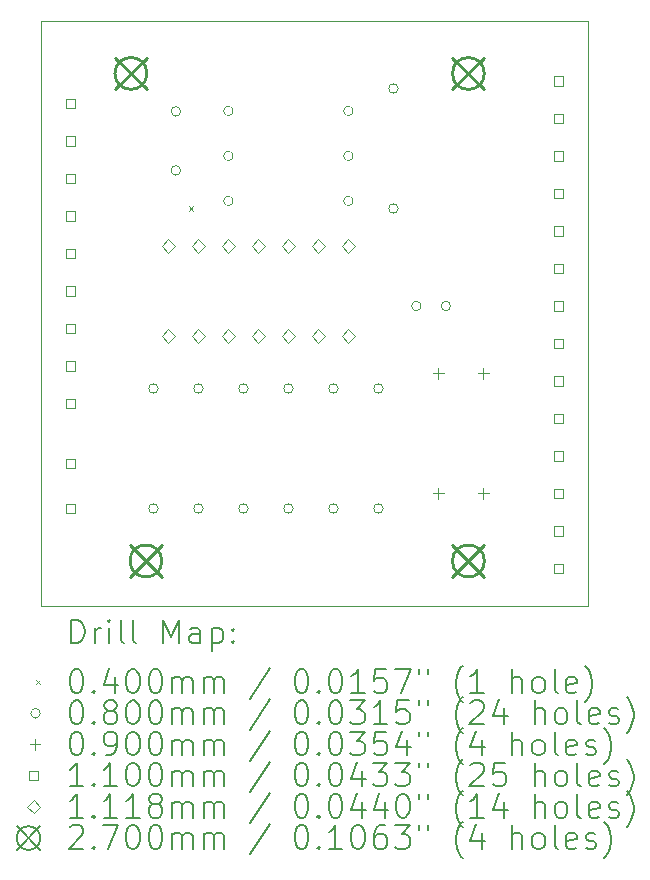
<source format=gbr>
%TF.GenerationSoftware,KiCad,Pcbnew,7.0.8*%
%TF.CreationDate,2023-10-24T07:18:39+02:00*%
%TF.ProjectId,convertisseur-video-atari-2600-secam-kit,636f6e76-6572-4746-9973-736575722d76,rev?*%
%TF.SameCoordinates,Original*%
%TF.FileFunction,Drillmap*%
%TF.FilePolarity,Positive*%
%FSLAX45Y45*%
G04 Gerber Fmt 4.5, Leading zero omitted, Abs format (unit mm)*
G04 Created by KiCad (PCBNEW 7.0.8) date 2023-10-24 07:18:39*
%MOMM*%
%LPD*%
G01*
G04 APERTURE LIST*
%ADD10C,0.100000*%
%ADD11C,0.200000*%
%ADD12C,0.040000*%
%ADD13C,0.080000*%
%ADD14C,0.090000*%
%ADD15C,0.110000*%
%ADD16C,0.111760*%
%ADD17C,0.270000*%
G04 APERTURE END LIST*
D10*
X12636500Y-7620000D02*
X8001000Y-7620000D01*
X8001000Y-7620000D02*
X8001000Y-12573000D01*
X12636500Y-7620000D02*
X12636500Y-12573000D01*
X12636500Y-12573000D02*
X8001000Y-12573000D01*
D11*
D12*
X9251000Y-9187500D02*
X9291000Y-9227500D01*
X9291000Y-9187500D02*
X9251000Y-9227500D01*
D13*
X8993500Y-10731500D02*
G75*
G03*
X8993500Y-10731500I-40000J0D01*
G01*
X8993500Y-11747500D02*
G75*
G03*
X8993500Y-11747500I-40000J0D01*
G01*
X9184000Y-8386000D02*
G75*
G03*
X9184000Y-8386000I-40000J0D01*
G01*
X9184000Y-8886000D02*
G75*
G03*
X9184000Y-8886000I-40000J0D01*
G01*
X9374500Y-10731500D02*
G75*
G03*
X9374500Y-10731500I-40000J0D01*
G01*
X9374500Y-11747500D02*
G75*
G03*
X9374500Y-11747500I-40000J0D01*
G01*
X9628500Y-8382000D02*
G75*
G03*
X9628500Y-8382000I-40000J0D01*
G01*
X9628500Y-8763000D02*
G75*
G03*
X9628500Y-8763000I-40000J0D01*
G01*
X9628500Y-9144000D02*
G75*
G03*
X9628500Y-9144000I-40000J0D01*
G01*
X9755500Y-10731500D02*
G75*
G03*
X9755500Y-10731500I-40000J0D01*
G01*
X9755500Y-11747500D02*
G75*
G03*
X9755500Y-11747500I-40000J0D01*
G01*
X10136500Y-10731500D02*
G75*
G03*
X10136500Y-10731500I-40000J0D01*
G01*
X10136500Y-11747500D02*
G75*
G03*
X10136500Y-11747500I-40000J0D01*
G01*
X10517500Y-10731500D02*
G75*
G03*
X10517500Y-10731500I-40000J0D01*
G01*
X10517500Y-11747500D02*
G75*
G03*
X10517500Y-11747500I-40000J0D01*
G01*
X10644500Y-8382000D02*
G75*
G03*
X10644500Y-8382000I-40000J0D01*
G01*
X10644500Y-8763000D02*
G75*
G03*
X10644500Y-8763000I-40000J0D01*
G01*
X10644500Y-9144000D02*
G75*
G03*
X10644500Y-9144000I-40000J0D01*
G01*
X10898500Y-10731500D02*
G75*
G03*
X10898500Y-10731500I-40000J0D01*
G01*
X10898500Y-11747500D02*
G75*
G03*
X10898500Y-11747500I-40000J0D01*
G01*
X11025500Y-8191500D02*
G75*
G03*
X11025500Y-8191500I-40000J0D01*
G01*
X11025500Y-9207500D02*
G75*
G03*
X11025500Y-9207500I-40000J0D01*
G01*
X11220000Y-10033000D02*
G75*
G03*
X11220000Y-10033000I-40000J0D01*
G01*
X11470000Y-10033000D02*
G75*
G03*
X11470000Y-10033000I-40000J0D01*
G01*
D14*
X11366500Y-10559500D02*
X11366500Y-10649500D01*
X11321500Y-10604500D02*
X11411500Y-10604500D01*
X11366500Y-11575500D02*
X11366500Y-11665500D01*
X11321500Y-11620500D02*
X11411500Y-11620500D01*
X11747500Y-10559500D02*
X11747500Y-10649500D01*
X11702500Y-10604500D02*
X11792500Y-10604500D01*
X11747500Y-11575500D02*
X11747500Y-11665500D01*
X11702500Y-11620500D02*
X11792500Y-11620500D01*
D15*
X8293891Y-8357391D02*
X8293891Y-8279609D01*
X8216109Y-8279609D01*
X8216109Y-8357391D01*
X8293891Y-8357391D01*
X8293891Y-8674891D02*
X8293891Y-8597109D01*
X8216109Y-8597109D01*
X8216109Y-8674891D01*
X8293891Y-8674891D01*
X8293891Y-8992391D02*
X8293891Y-8914609D01*
X8216109Y-8914609D01*
X8216109Y-8992391D01*
X8293891Y-8992391D01*
X8293891Y-9309891D02*
X8293891Y-9232109D01*
X8216109Y-9232109D01*
X8216109Y-9309891D01*
X8293891Y-9309891D01*
X8293891Y-9627391D02*
X8293891Y-9549609D01*
X8216109Y-9549609D01*
X8216109Y-9627391D01*
X8293891Y-9627391D01*
X8293891Y-9944891D02*
X8293891Y-9867109D01*
X8216109Y-9867109D01*
X8216109Y-9944891D01*
X8293891Y-9944891D01*
X8293891Y-10262391D02*
X8293891Y-10184609D01*
X8216109Y-10184609D01*
X8216109Y-10262391D01*
X8293891Y-10262391D01*
X8293891Y-10579891D02*
X8293891Y-10502109D01*
X8216109Y-10502109D01*
X8216109Y-10579891D01*
X8293891Y-10579891D01*
X8293891Y-10897391D02*
X8293891Y-10819609D01*
X8216109Y-10819609D01*
X8216109Y-10897391D01*
X8293891Y-10897391D01*
X8293891Y-11405391D02*
X8293891Y-11327609D01*
X8216109Y-11327609D01*
X8216109Y-11405391D01*
X8293891Y-11405391D01*
X8293891Y-11786391D02*
X8293891Y-11708609D01*
X8216109Y-11708609D01*
X8216109Y-11786391D01*
X8293891Y-11786391D01*
X12421391Y-8166891D02*
X12421391Y-8089109D01*
X12343609Y-8089109D01*
X12343609Y-8166891D01*
X12421391Y-8166891D01*
X12421391Y-8484391D02*
X12421391Y-8406609D01*
X12343609Y-8406609D01*
X12343609Y-8484391D01*
X12421391Y-8484391D01*
X12421391Y-8801891D02*
X12421391Y-8724109D01*
X12343609Y-8724109D01*
X12343609Y-8801891D01*
X12421391Y-8801891D01*
X12421391Y-9119391D02*
X12421391Y-9041609D01*
X12343609Y-9041609D01*
X12343609Y-9119391D01*
X12421391Y-9119391D01*
X12421391Y-9436891D02*
X12421391Y-9359109D01*
X12343609Y-9359109D01*
X12343609Y-9436891D01*
X12421391Y-9436891D01*
X12421391Y-9754391D02*
X12421391Y-9676609D01*
X12343609Y-9676609D01*
X12343609Y-9754391D01*
X12421391Y-9754391D01*
X12421391Y-10071891D02*
X12421391Y-9994109D01*
X12343609Y-9994109D01*
X12343609Y-10071891D01*
X12421391Y-10071891D01*
X12421391Y-10389391D02*
X12421391Y-10311609D01*
X12343609Y-10311609D01*
X12343609Y-10389391D01*
X12421391Y-10389391D01*
X12421391Y-10706891D02*
X12421391Y-10629109D01*
X12343609Y-10629109D01*
X12343609Y-10706891D01*
X12421391Y-10706891D01*
X12421391Y-11024391D02*
X12421391Y-10946609D01*
X12343609Y-10946609D01*
X12343609Y-11024391D01*
X12421391Y-11024391D01*
X12421391Y-11341891D02*
X12421391Y-11264109D01*
X12343609Y-11264109D01*
X12343609Y-11341891D01*
X12421391Y-11341891D01*
X12421391Y-11659391D02*
X12421391Y-11581609D01*
X12343609Y-11581609D01*
X12343609Y-11659391D01*
X12421391Y-11659391D01*
X12421391Y-11976891D02*
X12421391Y-11899109D01*
X12343609Y-11899109D01*
X12343609Y-11976891D01*
X12421391Y-11976891D01*
X12421391Y-12294391D02*
X12421391Y-12216609D01*
X12343609Y-12216609D01*
X12343609Y-12294391D01*
X12421391Y-12294391D01*
D16*
X9080500Y-9580880D02*
X9136380Y-9525000D01*
X9080500Y-9469120D01*
X9024620Y-9525000D01*
X9080500Y-9580880D01*
X9080500Y-10342880D02*
X9136380Y-10287000D01*
X9080500Y-10231120D01*
X9024620Y-10287000D01*
X9080500Y-10342880D01*
X9334500Y-9580880D02*
X9390380Y-9525000D01*
X9334500Y-9469120D01*
X9278620Y-9525000D01*
X9334500Y-9580880D01*
X9334500Y-10342880D02*
X9390380Y-10287000D01*
X9334500Y-10231120D01*
X9278620Y-10287000D01*
X9334500Y-10342880D01*
X9588500Y-9580880D02*
X9644380Y-9525000D01*
X9588500Y-9469120D01*
X9532620Y-9525000D01*
X9588500Y-9580880D01*
X9588500Y-10342880D02*
X9644380Y-10287000D01*
X9588500Y-10231120D01*
X9532620Y-10287000D01*
X9588500Y-10342880D01*
X9842500Y-9580880D02*
X9898380Y-9525000D01*
X9842500Y-9469120D01*
X9786620Y-9525000D01*
X9842500Y-9580880D01*
X9842500Y-10342880D02*
X9898380Y-10287000D01*
X9842500Y-10231120D01*
X9786620Y-10287000D01*
X9842500Y-10342880D01*
X10096500Y-9580880D02*
X10152380Y-9525000D01*
X10096500Y-9469120D01*
X10040620Y-9525000D01*
X10096500Y-9580880D01*
X10096500Y-10342880D02*
X10152380Y-10287000D01*
X10096500Y-10231120D01*
X10040620Y-10287000D01*
X10096500Y-10342880D01*
X10350500Y-9580880D02*
X10406380Y-9525000D01*
X10350500Y-9469120D01*
X10294620Y-9525000D01*
X10350500Y-9580880D01*
X10350500Y-10342880D02*
X10406380Y-10287000D01*
X10350500Y-10231120D01*
X10294620Y-10287000D01*
X10350500Y-10342880D01*
X10604500Y-9580880D02*
X10660380Y-9525000D01*
X10604500Y-9469120D01*
X10548620Y-9525000D01*
X10604500Y-9580880D01*
X10604500Y-10342880D02*
X10660380Y-10287000D01*
X10604500Y-10231120D01*
X10548620Y-10287000D01*
X10604500Y-10342880D01*
D17*
X8628000Y-7929500D02*
X8898000Y-8199500D01*
X8898000Y-7929500D02*
X8628000Y-8199500D01*
X8898000Y-8064500D02*
G75*
G03*
X8898000Y-8064500I-135000J0D01*
G01*
X8755000Y-12057000D02*
X9025000Y-12327000D01*
X9025000Y-12057000D02*
X8755000Y-12327000D01*
X9025000Y-12192000D02*
G75*
G03*
X9025000Y-12192000I-135000J0D01*
G01*
X11485500Y-7929500D02*
X11755500Y-8199500D01*
X11755500Y-7929500D02*
X11485500Y-8199500D01*
X11755500Y-8064500D02*
G75*
G03*
X11755500Y-8064500I-135000J0D01*
G01*
X11485500Y-12057000D02*
X11755500Y-12327000D01*
X11755500Y-12057000D02*
X11485500Y-12327000D01*
X11755500Y-12192000D02*
G75*
G03*
X11755500Y-12192000I-135000J0D01*
G01*
D11*
X8256777Y-12889484D02*
X8256777Y-12689484D01*
X8256777Y-12689484D02*
X8304396Y-12689484D01*
X8304396Y-12689484D02*
X8332967Y-12699008D01*
X8332967Y-12699008D02*
X8352015Y-12718055D01*
X8352015Y-12718055D02*
X8361539Y-12737103D01*
X8361539Y-12737103D02*
X8371062Y-12775198D01*
X8371062Y-12775198D02*
X8371062Y-12803769D01*
X8371062Y-12803769D02*
X8361539Y-12841865D01*
X8361539Y-12841865D02*
X8352015Y-12860912D01*
X8352015Y-12860912D02*
X8332967Y-12879960D01*
X8332967Y-12879960D02*
X8304396Y-12889484D01*
X8304396Y-12889484D02*
X8256777Y-12889484D01*
X8456777Y-12889484D02*
X8456777Y-12756150D01*
X8456777Y-12794246D02*
X8466301Y-12775198D01*
X8466301Y-12775198D02*
X8475824Y-12765674D01*
X8475824Y-12765674D02*
X8494872Y-12756150D01*
X8494872Y-12756150D02*
X8513920Y-12756150D01*
X8580586Y-12889484D02*
X8580586Y-12756150D01*
X8580586Y-12689484D02*
X8571063Y-12699008D01*
X8571063Y-12699008D02*
X8580586Y-12708531D01*
X8580586Y-12708531D02*
X8590110Y-12699008D01*
X8590110Y-12699008D02*
X8580586Y-12689484D01*
X8580586Y-12689484D02*
X8580586Y-12708531D01*
X8704396Y-12889484D02*
X8685348Y-12879960D01*
X8685348Y-12879960D02*
X8675824Y-12860912D01*
X8675824Y-12860912D02*
X8675824Y-12689484D01*
X8809158Y-12889484D02*
X8790110Y-12879960D01*
X8790110Y-12879960D02*
X8780586Y-12860912D01*
X8780586Y-12860912D02*
X8780586Y-12689484D01*
X9037729Y-12889484D02*
X9037729Y-12689484D01*
X9037729Y-12689484D02*
X9104396Y-12832341D01*
X9104396Y-12832341D02*
X9171063Y-12689484D01*
X9171063Y-12689484D02*
X9171063Y-12889484D01*
X9352015Y-12889484D02*
X9352015Y-12784722D01*
X9352015Y-12784722D02*
X9342491Y-12765674D01*
X9342491Y-12765674D02*
X9323444Y-12756150D01*
X9323444Y-12756150D02*
X9285348Y-12756150D01*
X9285348Y-12756150D02*
X9266301Y-12765674D01*
X9352015Y-12879960D02*
X9332967Y-12889484D01*
X9332967Y-12889484D02*
X9285348Y-12889484D01*
X9285348Y-12889484D02*
X9266301Y-12879960D01*
X9266301Y-12879960D02*
X9256777Y-12860912D01*
X9256777Y-12860912D02*
X9256777Y-12841865D01*
X9256777Y-12841865D02*
X9266301Y-12822817D01*
X9266301Y-12822817D02*
X9285348Y-12813293D01*
X9285348Y-12813293D02*
X9332967Y-12813293D01*
X9332967Y-12813293D02*
X9352015Y-12803769D01*
X9447253Y-12756150D02*
X9447253Y-12956150D01*
X9447253Y-12765674D02*
X9466301Y-12756150D01*
X9466301Y-12756150D02*
X9504396Y-12756150D01*
X9504396Y-12756150D02*
X9523444Y-12765674D01*
X9523444Y-12765674D02*
X9532967Y-12775198D01*
X9532967Y-12775198D02*
X9542491Y-12794246D01*
X9542491Y-12794246D02*
X9542491Y-12851388D01*
X9542491Y-12851388D02*
X9532967Y-12870436D01*
X9532967Y-12870436D02*
X9523444Y-12879960D01*
X9523444Y-12879960D02*
X9504396Y-12889484D01*
X9504396Y-12889484D02*
X9466301Y-12889484D01*
X9466301Y-12889484D02*
X9447253Y-12879960D01*
X9628205Y-12870436D02*
X9637729Y-12879960D01*
X9637729Y-12879960D02*
X9628205Y-12889484D01*
X9628205Y-12889484D02*
X9618682Y-12879960D01*
X9618682Y-12879960D02*
X9628205Y-12870436D01*
X9628205Y-12870436D02*
X9628205Y-12889484D01*
X9628205Y-12765674D02*
X9637729Y-12775198D01*
X9637729Y-12775198D02*
X9628205Y-12784722D01*
X9628205Y-12784722D02*
X9618682Y-12775198D01*
X9618682Y-12775198D02*
X9628205Y-12765674D01*
X9628205Y-12765674D02*
X9628205Y-12784722D01*
D12*
X7956000Y-13198000D02*
X7996000Y-13238000D01*
X7996000Y-13198000D02*
X7956000Y-13238000D01*
D11*
X8294872Y-13109484D02*
X8313920Y-13109484D01*
X8313920Y-13109484D02*
X8332967Y-13119008D01*
X8332967Y-13119008D02*
X8342491Y-13128531D01*
X8342491Y-13128531D02*
X8352015Y-13147579D01*
X8352015Y-13147579D02*
X8361539Y-13185674D01*
X8361539Y-13185674D02*
X8361539Y-13233293D01*
X8361539Y-13233293D02*
X8352015Y-13271388D01*
X8352015Y-13271388D02*
X8342491Y-13290436D01*
X8342491Y-13290436D02*
X8332967Y-13299960D01*
X8332967Y-13299960D02*
X8313920Y-13309484D01*
X8313920Y-13309484D02*
X8294872Y-13309484D01*
X8294872Y-13309484D02*
X8275824Y-13299960D01*
X8275824Y-13299960D02*
X8266301Y-13290436D01*
X8266301Y-13290436D02*
X8256777Y-13271388D01*
X8256777Y-13271388D02*
X8247253Y-13233293D01*
X8247253Y-13233293D02*
X8247253Y-13185674D01*
X8247253Y-13185674D02*
X8256777Y-13147579D01*
X8256777Y-13147579D02*
X8266301Y-13128531D01*
X8266301Y-13128531D02*
X8275824Y-13119008D01*
X8275824Y-13119008D02*
X8294872Y-13109484D01*
X8447253Y-13290436D02*
X8456777Y-13299960D01*
X8456777Y-13299960D02*
X8447253Y-13309484D01*
X8447253Y-13309484D02*
X8437729Y-13299960D01*
X8437729Y-13299960D02*
X8447253Y-13290436D01*
X8447253Y-13290436D02*
X8447253Y-13309484D01*
X8628205Y-13176150D02*
X8628205Y-13309484D01*
X8580586Y-13099960D02*
X8532967Y-13242817D01*
X8532967Y-13242817D02*
X8656777Y-13242817D01*
X8771063Y-13109484D02*
X8790110Y-13109484D01*
X8790110Y-13109484D02*
X8809158Y-13119008D01*
X8809158Y-13119008D02*
X8818682Y-13128531D01*
X8818682Y-13128531D02*
X8828205Y-13147579D01*
X8828205Y-13147579D02*
X8837729Y-13185674D01*
X8837729Y-13185674D02*
X8837729Y-13233293D01*
X8837729Y-13233293D02*
X8828205Y-13271388D01*
X8828205Y-13271388D02*
X8818682Y-13290436D01*
X8818682Y-13290436D02*
X8809158Y-13299960D01*
X8809158Y-13299960D02*
X8790110Y-13309484D01*
X8790110Y-13309484D02*
X8771063Y-13309484D01*
X8771063Y-13309484D02*
X8752015Y-13299960D01*
X8752015Y-13299960D02*
X8742491Y-13290436D01*
X8742491Y-13290436D02*
X8732967Y-13271388D01*
X8732967Y-13271388D02*
X8723444Y-13233293D01*
X8723444Y-13233293D02*
X8723444Y-13185674D01*
X8723444Y-13185674D02*
X8732967Y-13147579D01*
X8732967Y-13147579D02*
X8742491Y-13128531D01*
X8742491Y-13128531D02*
X8752015Y-13119008D01*
X8752015Y-13119008D02*
X8771063Y-13109484D01*
X8961539Y-13109484D02*
X8980586Y-13109484D01*
X8980586Y-13109484D02*
X8999634Y-13119008D01*
X8999634Y-13119008D02*
X9009158Y-13128531D01*
X9009158Y-13128531D02*
X9018682Y-13147579D01*
X9018682Y-13147579D02*
X9028205Y-13185674D01*
X9028205Y-13185674D02*
X9028205Y-13233293D01*
X9028205Y-13233293D02*
X9018682Y-13271388D01*
X9018682Y-13271388D02*
X9009158Y-13290436D01*
X9009158Y-13290436D02*
X8999634Y-13299960D01*
X8999634Y-13299960D02*
X8980586Y-13309484D01*
X8980586Y-13309484D02*
X8961539Y-13309484D01*
X8961539Y-13309484D02*
X8942491Y-13299960D01*
X8942491Y-13299960D02*
X8932967Y-13290436D01*
X8932967Y-13290436D02*
X8923444Y-13271388D01*
X8923444Y-13271388D02*
X8913920Y-13233293D01*
X8913920Y-13233293D02*
X8913920Y-13185674D01*
X8913920Y-13185674D02*
X8923444Y-13147579D01*
X8923444Y-13147579D02*
X8932967Y-13128531D01*
X8932967Y-13128531D02*
X8942491Y-13119008D01*
X8942491Y-13119008D02*
X8961539Y-13109484D01*
X9113920Y-13309484D02*
X9113920Y-13176150D01*
X9113920Y-13195198D02*
X9123444Y-13185674D01*
X9123444Y-13185674D02*
X9142491Y-13176150D01*
X9142491Y-13176150D02*
X9171063Y-13176150D01*
X9171063Y-13176150D02*
X9190110Y-13185674D01*
X9190110Y-13185674D02*
X9199634Y-13204722D01*
X9199634Y-13204722D02*
X9199634Y-13309484D01*
X9199634Y-13204722D02*
X9209158Y-13185674D01*
X9209158Y-13185674D02*
X9228205Y-13176150D01*
X9228205Y-13176150D02*
X9256777Y-13176150D01*
X9256777Y-13176150D02*
X9275825Y-13185674D01*
X9275825Y-13185674D02*
X9285348Y-13204722D01*
X9285348Y-13204722D02*
X9285348Y-13309484D01*
X9380586Y-13309484D02*
X9380586Y-13176150D01*
X9380586Y-13195198D02*
X9390110Y-13185674D01*
X9390110Y-13185674D02*
X9409158Y-13176150D01*
X9409158Y-13176150D02*
X9437729Y-13176150D01*
X9437729Y-13176150D02*
X9456777Y-13185674D01*
X9456777Y-13185674D02*
X9466301Y-13204722D01*
X9466301Y-13204722D02*
X9466301Y-13309484D01*
X9466301Y-13204722D02*
X9475825Y-13185674D01*
X9475825Y-13185674D02*
X9494872Y-13176150D01*
X9494872Y-13176150D02*
X9523444Y-13176150D01*
X9523444Y-13176150D02*
X9542491Y-13185674D01*
X9542491Y-13185674D02*
X9552015Y-13204722D01*
X9552015Y-13204722D02*
X9552015Y-13309484D01*
X9942491Y-13099960D02*
X9771063Y-13357103D01*
X10199634Y-13109484D02*
X10218682Y-13109484D01*
X10218682Y-13109484D02*
X10237729Y-13119008D01*
X10237729Y-13119008D02*
X10247253Y-13128531D01*
X10247253Y-13128531D02*
X10256777Y-13147579D01*
X10256777Y-13147579D02*
X10266301Y-13185674D01*
X10266301Y-13185674D02*
X10266301Y-13233293D01*
X10266301Y-13233293D02*
X10256777Y-13271388D01*
X10256777Y-13271388D02*
X10247253Y-13290436D01*
X10247253Y-13290436D02*
X10237729Y-13299960D01*
X10237729Y-13299960D02*
X10218682Y-13309484D01*
X10218682Y-13309484D02*
X10199634Y-13309484D01*
X10199634Y-13309484D02*
X10180587Y-13299960D01*
X10180587Y-13299960D02*
X10171063Y-13290436D01*
X10171063Y-13290436D02*
X10161539Y-13271388D01*
X10161539Y-13271388D02*
X10152015Y-13233293D01*
X10152015Y-13233293D02*
X10152015Y-13185674D01*
X10152015Y-13185674D02*
X10161539Y-13147579D01*
X10161539Y-13147579D02*
X10171063Y-13128531D01*
X10171063Y-13128531D02*
X10180587Y-13119008D01*
X10180587Y-13119008D02*
X10199634Y-13109484D01*
X10352015Y-13290436D02*
X10361539Y-13299960D01*
X10361539Y-13299960D02*
X10352015Y-13309484D01*
X10352015Y-13309484D02*
X10342491Y-13299960D01*
X10342491Y-13299960D02*
X10352015Y-13290436D01*
X10352015Y-13290436D02*
X10352015Y-13309484D01*
X10485348Y-13109484D02*
X10504396Y-13109484D01*
X10504396Y-13109484D02*
X10523444Y-13119008D01*
X10523444Y-13119008D02*
X10532968Y-13128531D01*
X10532968Y-13128531D02*
X10542491Y-13147579D01*
X10542491Y-13147579D02*
X10552015Y-13185674D01*
X10552015Y-13185674D02*
X10552015Y-13233293D01*
X10552015Y-13233293D02*
X10542491Y-13271388D01*
X10542491Y-13271388D02*
X10532968Y-13290436D01*
X10532968Y-13290436D02*
X10523444Y-13299960D01*
X10523444Y-13299960D02*
X10504396Y-13309484D01*
X10504396Y-13309484D02*
X10485348Y-13309484D01*
X10485348Y-13309484D02*
X10466301Y-13299960D01*
X10466301Y-13299960D02*
X10456777Y-13290436D01*
X10456777Y-13290436D02*
X10447253Y-13271388D01*
X10447253Y-13271388D02*
X10437729Y-13233293D01*
X10437729Y-13233293D02*
X10437729Y-13185674D01*
X10437729Y-13185674D02*
X10447253Y-13147579D01*
X10447253Y-13147579D02*
X10456777Y-13128531D01*
X10456777Y-13128531D02*
X10466301Y-13119008D01*
X10466301Y-13119008D02*
X10485348Y-13109484D01*
X10742491Y-13309484D02*
X10628206Y-13309484D01*
X10685348Y-13309484D02*
X10685348Y-13109484D01*
X10685348Y-13109484D02*
X10666301Y-13138055D01*
X10666301Y-13138055D02*
X10647253Y-13157103D01*
X10647253Y-13157103D02*
X10628206Y-13166627D01*
X10923444Y-13109484D02*
X10828206Y-13109484D01*
X10828206Y-13109484D02*
X10818682Y-13204722D01*
X10818682Y-13204722D02*
X10828206Y-13195198D01*
X10828206Y-13195198D02*
X10847253Y-13185674D01*
X10847253Y-13185674D02*
X10894872Y-13185674D01*
X10894872Y-13185674D02*
X10913920Y-13195198D01*
X10913920Y-13195198D02*
X10923444Y-13204722D01*
X10923444Y-13204722D02*
X10932968Y-13223769D01*
X10932968Y-13223769D02*
X10932968Y-13271388D01*
X10932968Y-13271388D02*
X10923444Y-13290436D01*
X10923444Y-13290436D02*
X10913920Y-13299960D01*
X10913920Y-13299960D02*
X10894872Y-13309484D01*
X10894872Y-13309484D02*
X10847253Y-13309484D01*
X10847253Y-13309484D02*
X10828206Y-13299960D01*
X10828206Y-13299960D02*
X10818682Y-13290436D01*
X10999634Y-13109484D02*
X11132968Y-13109484D01*
X11132968Y-13109484D02*
X11047253Y-13309484D01*
X11199634Y-13109484D02*
X11199634Y-13147579D01*
X11275825Y-13109484D02*
X11275825Y-13147579D01*
X11571063Y-13385674D02*
X11561539Y-13376150D01*
X11561539Y-13376150D02*
X11542491Y-13347579D01*
X11542491Y-13347579D02*
X11532968Y-13328531D01*
X11532968Y-13328531D02*
X11523444Y-13299960D01*
X11523444Y-13299960D02*
X11513920Y-13252341D01*
X11513920Y-13252341D02*
X11513920Y-13214246D01*
X11513920Y-13214246D02*
X11523444Y-13166627D01*
X11523444Y-13166627D02*
X11532968Y-13138055D01*
X11532968Y-13138055D02*
X11542491Y-13119008D01*
X11542491Y-13119008D02*
X11561539Y-13090436D01*
X11561539Y-13090436D02*
X11571063Y-13080912D01*
X11752015Y-13309484D02*
X11637729Y-13309484D01*
X11694872Y-13309484D02*
X11694872Y-13109484D01*
X11694872Y-13109484D02*
X11675825Y-13138055D01*
X11675825Y-13138055D02*
X11656777Y-13157103D01*
X11656777Y-13157103D02*
X11637729Y-13166627D01*
X11990110Y-13309484D02*
X11990110Y-13109484D01*
X12075825Y-13309484D02*
X12075825Y-13204722D01*
X12075825Y-13204722D02*
X12066301Y-13185674D01*
X12066301Y-13185674D02*
X12047253Y-13176150D01*
X12047253Y-13176150D02*
X12018682Y-13176150D01*
X12018682Y-13176150D02*
X11999634Y-13185674D01*
X11999634Y-13185674D02*
X11990110Y-13195198D01*
X12199634Y-13309484D02*
X12180587Y-13299960D01*
X12180587Y-13299960D02*
X12171063Y-13290436D01*
X12171063Y-13290436D02*
X12161539Y-13271388D01*
X12161539Y-13271388D02*
X12161539Y-13214246D01*
X12161539Y-13214246D02*
X12171063Y-13195198D01*
X12171063Y-13195198D02*
X12180587Y-13185674D01*
X12180587Y-13185674D02*
X12199634Y-13176150D01*
X12199634Y-13176150D02*
X12228206Y-13176150D01*
X12228206Y-13176150D02*
X12247253Y-13185674D01*
X12247253Y-13185674D02*
X12256777Y-13195198D01*
X12256777Y-13195198D02*
X12266301Y-13214246D01*
X12266301Y-13214246D02*
X12266301Y-13271388D01*
X12266301Y-13271388D02*
X12256777Y-13290436D01*
X12256777Y-13290436D02*
X12247253Y-13299960D01*
X12247253Y-13299960D02*
X12228206Y-13309484D01*
X12228206Y-13309484D02*
X12199634Y-13309484D01*
X12380587Y-13309484D02*
X12361539Y-13299960D01*
X12361539Y-13299960D02*
X12352015Y-13280912D01*
X12352015Y-13280912D02*
X12352015Y-13109484D01*
X12532968Y-13299960D02*
X12513920Y-13309484D01*
X12513920Y-13309484D02*
X12475825Y-13309484D01*
X12475825Y-13309484D02*
X12456777Y-13299960D01*
X12456777Y-13299960D02*
X12447253Y-13280912D01*
X12447253Y-13280912D02*
X12447253Y-13204722D01*
X12447253Y-13204722D02*
X12456777Y-13185674D01*
X12456777Y-13185674D02*
X12475825Y-13176150D01*
X12475825Y-13176150D02*
X12513920Y-13176150D01*
X12513920Y-13176150D02*
X12532968Y-13185674D01*
X12532968Y-13185674D02*
X12542491Y-13204722D01*
X12542491Y-13204722D02*
X12542491Y-13223769D01*
X12542491Y-13223769D02*
X12447253Y-13242817D01*
X12609158Y-13385674D02*
X12618682Y-13376150D01*
X12618682Y-13376150D02*
X12637730Y-13347579D01*
X12637730Y-13347579D02*
X12647253Y-13328531D01*
X12647253Y-13328531D02*
X12656777Y-13299960D01*
X12656777Y-13299960D02*
X12666301Y-13252341D01*
X12666301Y-13252341D02*
X12666301Y-13214246D01*
X12666301Y-13214246D02*
X12656777Y-13166627D01*
X12656777Y-13166627D02*
X12647253Y-13138055D01*
X12647253Y-13138055D02*
X12637730Y-13119008D01*
X12637730Y-13119008D02*
X12618682Y-13090436D01*
X12618682Y-13090436D02*
X12609158Y-13080912D01*
D13*
X7996000Y-13482000D02*
G75*
G03*
X7996000Y-13482000I-40000J0D01*
G01*
D11*
X8294872Y-13373484D02*
X8313920Y-13373484D01*
X8313920Y-13373484D02*
X8332967Y-13383008D01*
X8332967Y-13383008D02*
X8342491Y-13392531D01*
X8342491Y-13392531D02*
X8352015Y-13411579D01*
X8352015Y-13411579D02*
X8361539Y-13449674D01*
X8361539Y-13449674D02*
X8361539Y-13497293D01*
X8361539Y-13497293D02*
X8352015Y-13535388D01*
X8352015Y-13535388D02*
X8342491Y-13554436D01*
X8342491Y-13554436D02*
X8332967Y-13563960D01*
X8332967Y-13563960D02*
X8313920Y-13573484D01*
X8313920Y-13573484D02*
X8294872Y-13573484D01*
X8294872Y-13573484D02*
X8275824Y-13563960D01*
X8275824Y-13563960D02*
X8266301Y-13554436D01*
X8266301Y-13554436D02*
X8256777Y-13535388D01*
X8256777Y-13535388D02*
X8247253Y-13497293D01*
X8247253Y-13497293D02*
X8247253Y-13449674D01*
X8247253Y-13449674D02*
X8256777Y-13411579D01*
X8256777Y-13411579D02*
X8266301Y-13392531D01*
X8266301Y-13392531D02*
X8275824Y-13383008D01*
X8275824Y-13383008D02*
X8294872Y-13373484D01*
X8447253Y-13554436D02*
X8456777Y-13563960D01*
X8456777Y-13563960D02*
X8447253Y-13573484D01*
X8447253Y-13573484D02*
X8437729Y-13563960D01*
X8437729Y-13563960D02*
X8447253Y-13554436D01*
X8447253Y-13554436D02*
X8447253Y-13573484D01*
X8571063Y-13459198D02*
X8552015Y-13449674D01*
X8552015Y-13449674D02*
X8542491Y-13440150D01*
X8542491Y-13440150D02*
X8532967Y-13421103D01*
X8532967Y-13421103D02*
X8532967Y-13411579D01*
X8532967Y-13411579D02*
X8542491Y-13392531D01*
X8542491Y-13392531D02*
X8552015Y-13383008D01*
X8552015Y-13383008D02*
X8571063Y-13373484D01*
X8571063Y-13373484D02*
X8609158Y-13373484D01*
X8609158Y-13373484D02*
X8628205Y-13383008D01*
X8628205Y-13383008D02*
X8637729Y-13392531D01*
X8637729Y-13392531D02*
X8647253Y-13411579D01*
X8647253Y-13411579D02*
X8647253Y-13421103D01*
X8647253Y-13421103D02*
X8637729Y-13440150D01*
X8637729Y-13440150D02*
X8628205Y-13449674D01*
X8628205Y-13449674D02*
X8609158Y-13459198D01*
X8609158Y-13459198D02*
X8571063Y-13459198D01*
X8571063Y-13459198D02*
X8552015Y-13468722D01*
X8552015Y-13468722D02*
X8542491Y-13478246D01*
X8542491Y-13478246D02*
X8532967Y-13497293D01*
X8532967Y-13497293D02*
X8532967Y-13535388D01*
X8532967Y-13535388D02*
X8542491Y-13554436D01*
X8542491Y-13554436D02*
X8552015Y-13563960D01*
X8552015Y-13563960D02*
X8571063Y-13573484D01*
X8571063Y-13573484D02*
X8609158Y-13573484D01*
X8609158Y-13573484D02*
X8628205Y-13563960D01*
X8628205Y-13563960D02*
X8637729Y-13554436D01*
X8637729Y-13554436D02*
X8647253Y-13535388D01*
X8647253Y-13535388D02*
X8647253Y-13497293D01*
X8647253Y-13497293D02*
X8637729Y-13478246D01*
X8637729Y-13478246D02*
X8628205Y-13468722D01*
X8628205Y-13468722D02*
X8609158Y-13459198D01*
X8771063Y-13373484D02*
X8790110Y-13373484D01*
X8790110Y-13373484D02*
X8809158Y-13383008D01*
X8809158Y-13383008D02*
X8818682Y-13392531D01*
X8818682Y-13392531D02*
X8828205Y-13411579D01*
X8828205Y-13411579D02*
X8837729Y-13449674D01*
X8837729Y-13449674D02*
X8837729Y-13497293D01*
X8837729Y-13497293D02*
X8828205Y-13535388D01*
X8828205Y-13535388D02*
X8818682Y-13554436D01*
X8818682Y-13554436D02*
X8809158Y-13563960D01*
X8809158Y-13563960D02*
X8790110Y-13573484D01*
X8790110Y-13573484D02*
X8771063Y-13573484D01*
X8771063Y-13573484D02*
X8752015Y-13563960D01*
X8752015Y-13563960D02*
X8742491Y-13554436D01*
X8742491Y-13554436D02*
X8732967Y-13535388D01*
X8732967Y-13535388D02*
X8723444Y-13497293D01*
X8723444Y-13497293D02*
X8723444Y-13449674D01*
X8723444Y-13449674D02*
X8732967Y-13411579D01*
X8732967Y-13411579D02*
X8742491Y-13392531D01*
X8742491Y-13392531D02*
X8752015Y-13383008D01*
X8752015Y-13383008D02*
X8771063Y-13373484D01*
X8961539Y-13373484D02*
X8980586Y-13373484D01*
X8980586Y-13373484D02*
X8999634Y-13383008D01*
X8999634Y-13383008D02*
X9009158Y-13392531D01*
X9009158Y-13392531D02*
X9018682Y-13411579D01*
X9018682Y-13411579D02*
X9028205Y-13449674D01*
X9028205Y-13449674D02*
X9028205Y-13497293D01*
X9028205Y-13497293D02*
X9018682Y-13535388D01*
X9018682Y-13535388D02*
X9009158Y-13554436D01*
X9009158Y-13554436D02*
X8999634Y-13563960D01*
X8999634Y-13563960D02*
X8980586Y-13573484D01*
X8980586Y-13573484D02*
X8961539Y-13573484D01*
X8961539Y-13573484D02*
X8942491Y-13563960D01*
X8942491Y-13563960D02*
X8932967Y-13554436D01*
X8932967Y-13554436D02*
X8923444Y-13535388D01*
X8923444Y-13535388D02*
X8913920Y-13497293D01*
X8913920Y-13497293D02*
X8913920Y-13449674D01*
X8913920Y-13449674D02*
X8923444Y-13411579D01*
X8923444Y-13411579D02*
X8932967Y-13392531D01*
X8932967Y-13392531D02*
X8942491Y-13383008D01*
X8942491Y-13383008D02*
X8961539Y-13373484D01*
X9113920Y-13573484D02*
X9113920Y-13440150D01*
X9113920Y-13459198D02*
X9123444Y-13449674D01*
X9123444Y-13449674D02*
X9142491Y-13440150D01*
X9142491Y-13440150D02*
X9171063Y-13440150D01*
X9171063Y-13440150D02*
X9190110Y-13449674D01*
X9190110Y-13449674D02*
X9199634Y-13468722D01*
X9199634Y-13468722D02*
X9199634Y-13573484D01*
X9199634Y-13468722D02*
X9209158Y-13449674D01*
X9209158Y-13449674D02*
X9228205Y-13440150D01*
X9228205Y-13440150D02*
X9256777Y-13440150D01*
X9256777Y-13440150D02*
X9275825Y-13449674D01*
X9275825Y-13449674D02*
X9285348Y-13468722D01*
X9285348Y-13468722D02*
X9285348Y-13573484D01*
X9380586Y-13573484D02*
X9380586Y-13440150D01*
X9380586Y-13459198D02*
X9390110Y-13449674D01*
X9390110Y-13449674D02*
X9409158Y-13440150D01*
X9409158Y-13440150D02*
X9437729Y-13440150D01*
X9437729Y-13440150D02*
X9456777Y-13449674D01*
X9456777Y-13449674D02*
X9466301Y-13468722D01*
X9466301Y-13468722D02*
X9466301Y-13573484D01*
X9466301Y-13468722D02*
X9475825Y-13449674D01*
X9475825Y-13449674D02*
X9494872Y-13440150D01*
X9494872Y-13440150D02*
X9523444Y-13440150D01*
X9523444Y-13440150D02*
X9542491Y-13449674D01*
X9542491Y-13449674D02*
X9552015Y-13468722D01*
X9552015Y-13468722D02*
X9552015Y-13573484D01*
X9942491Y-13363960D02*
X9771063Y-13621103D01*
X10199634Y-13373484D02*
X10218682Y-13373484D01*
X10218682Y-13373484D02*
X10237729Y-13383008D01*
X10237729Y-13383008D02*
X10247253Y-13392531D01*
X10247253Y-13392531D02*
X10256777Y-13411579D01*
X10256777Y-13411579D02*
X10266301Y-13449674D01*
X10266301Y-13449674D02*
X10266301Y-13497293D01*
X10266301Y-13497293D02*
X10256777Y-13535388D01*
X10256777Y-13535388D02*
X10247253Y-13554436D01*
X10247253Y-13554436D02*
X10237729Y-13563960D01*
X10237729Y-13563960D02*
X10218682Y-13573484D01*
X10218682Y-13573484D02*
X10199634Y-13573484D01*
X10199634Y-13573484D02*
X10180587Y-13563960D01*
X10180587Y-13563960D02*
X10171063Y-13554436D01*
X10171063Y-13554436D02*
X10161539Y-13535388D01*
X10161539Y-13535388D02*
X10152015Y-13497293D01*
X10152015Y-13497293D02*
X10152015Y-13449674D01*
X10152015Y-13449674D02*
X10161539Y-13411579D01*
X10161539Y-13411579D02*
X10171063Y-13392531D01*
X10171063Y-13392531D02*
X10180587Y-13383008D01*
X10180587Y-13383008D02*
X10199634Y-13373484D01*
X10352015Y-13554436D02*
X10361539Y-13563960D01*
X10361539Y-13563960D02*
X10352015Y-13573484D01*
X10352015Y-13573484D02*
X10342491Y-13563960D01*
X10342491Y-13563960D02*
X10352015Y-13554436D01*
X10352015Y-13554436D02*
X10352015Y-13573484D01*
X10485348Y-13373484D02*
X10504396Y-13373484D01*
X10504396Y-13373484D02*
X10523444Y-13383008D01*
X10523444Y-13383008D02*
X10532968Y-13392531D01*
X10532968Y-13392531D02*
X10542491Y-13411579D01*
X10542491Y-13411579D02*
X10552015Y-13449674D01*
X10552015Y-13449674D02*
X10552015Y-13497293D01*
X10552015Y-13497293D02*
X10542491Y-13535388D01*
X10542491Y-13535388D02*
X10532968Y-13554436D01*
X10532968Y-13554436D02*
X10523444Y-13563960D01*
X10523444Y-13563960D02*
X10504396Y-13573484D01*
X10504396Y-13573484D02*
X10485348Y-13573484D01*
X10485348Y-13573484D02*
X10466301Y-13563960D01*
X10466301Y-13563960D02*
X10456777Y-13554436D01*
X10456777Y-13554436D02*
X10447253Y-13535388D01*
X10447253Y-13535388D02*
X10437729Y-13497293D01*
X10437729Y-13497293D02*
X10437729Y-13449674D01*
X10437729Y-13449674D02*
X10447253Y-13411579D01*
X10447253Y-13411579D02*
X10456777Y-13392531D01*
X10456777Y-13392531D02*
X10466301Y-13383008D01*
X10466301Y-13383008D02*
X10485348Y-13373484D01*
X10618682Y-13373484D02*
X10742491Y-13373484D01*
X10742491Y-13373484D02*
X10675825Y-13449674D01*
X10675825Y-13449674D02*
X10704396Y-13449674D01*
X10704396Y-13449674D02*
X10723444Y-13459198D01*
X10723444Y-13459198D02*
X10732968Y-13468722D01*
X10732968Y-13468722D02*
X10742491Y-13487769D01*
X10742491Y-13487769D02*
X10742491Y-13535388D01*
X10742491Y-13535388D02*
X10732968Y-13554436D01*
X10732968Y-13554436D02*
X10723444Y-13563960D01*
X10723444Y-13563960D02*
X10704396Y-13573484D01*
X10704396Y-13573484D02*
X10647253Y-13573484D01*
X10647253Y-13573484D02*
X10628206Y-13563960D01*
X10628206Y-13563960D02*
X10618682Y-13554436D01*
X10932968Y-13573484D02*
X10818682Y-13573484D01*
X10875825Y-13573484D02*
X10875825Y-13373484D01*
X10875825Y-13373484D02*
X10856777Y-13402055D01*
X10856777Y-13402055D02*
X10837729Y-13421103D01*
X10837729Y-13421103D02*
X10818682Y-13430627D01*
X11113920Y-13373484D02*
X11018682Y-13373484D01*
X11018682Y-13373484D02*
X11009158Y-13468722D01*
X11009158Y-13468722D02*
X11018682Y-13459198D01*
X11018682Y-13459198D02*
X11037729Y-13449674D01*
X11037729Y-13449674D02*
X11085349Y-13449674D01*
X11085349Y-13449674D02*
X11104396Y-13459198D01*
X11104396Y-13459198D02*
X11113920Y-13468722D01*
X11113920Y-13468722D02*
X11123444Y-13487769D01*
X11123444Y-13487769D02*
X11123444Y-13535388D01*
X11123444Y-13535388D02*
X11113920Y-13554436D01*
X11113920Y-13554436D02*
X11104396Y-13563960D01*
X11104396Y-13563960D02*
X11085349Y-13573484D01*
X11085349Y-13573484D02*
X11037729Y-13573484D01*
X11037729Y-13573484D02*
X11018682Y-13563960D01*
X11018682Y-13563960D02*
X11009158Y-13554436D01*
X11199634Y-13373484D02*
X11199634Y-13411579D01*
X11275825Y-13373484D02*
X11275825Y-13411579D01*
X11571063Y-13649674D02*
X11561539Y-13640150D01*
X11561539Y-13640150D02*
X11542491Y-13611579D01*
X11542491Y-13611579D02*
X11532968Y-13592531D01*
X11532968Y-13592531D02*
X11523444Y-13563960D01*
X11523444Y-13563960D02*
X11513920Y-13516341D01*
X11513920Y-13516341D02*
X11513920Y-13478246D01*
X11513920Y-13478246D02*
X11523444Y-13430627D01*
X11523444Y-13430627D02*
X11532968Y-13402055D01*
X11532968Y-13402055D02*
X11542491Y-13383008D01*
X11542491Y-13383008D02*
X11561539Y-13354436D01*
X11561539Y-13354436D02*
X11571063Y-13344912D01*
X11637729Y-13392531D02*
X11647253Y-13383008D01*
X11647253Y-13383008D02*
X11666301Y-13373484D01*
X11666301Y-13373484D02*
X11713920Y-13373484D01*
X11713920Y-13373484D02*
X11732968Y-13383008D01*
X11732968Y-13383008D02*
X11742491Y-13392531D01*
X11742491Y-13392531D02*
X11752015Y-13411579D01*
X11752015Y-13411579D02*
X11752015Y-13430627D01*
X11752015Y-13430627D02*
X11742491Y-13459198D01*
X11742491Y-13459198D02*
X11628206Y-13573484D01*
X11628206Y-13573484D02*
X11752015Y-13573484D01*
X11923444Y-13440150D02*
X11923444Y-13573484D01*
X11875825Y-13363960D02*
X11828206Y-13506817D01*
X11828206Y-13506817D02*
X11952015Y-13506817D01*
X12180587Y-13573484D02*
X12180587Y-13373484D01*
X12266301Y-13573484D02*
X12266301Y-13468722D01*
X12266301Y-13468722D02*
X12256777Y-13449674D01*
X12256777Y-13449674D02*
X12237730Y-13440150D01*
X12237730Y-13440150D02*
X12209158Y-13440150D01*
X12209158Y-13440150D02*
X12190110Y-13449674D01*
X12190110Y-13449674D02*
X12180587Y-13459198D01*
X12390110Y-13573484D02*
X12371063Y-13563960D01*
X12371063Y-13563960D02*
X12361539Y-13554436D01*
X12361539Y-13554436D02*
X12352015Y-13535388D01*
X12352015Y-13535388D02*
X12352015Y-13478246D01*
X12352015Y-13478246D02*
X12361539Y-13459198D01*
X12361539Y-13459198D02*
X12371063Y-13449674D01*
X12371063Y-13449674D02*
X12390110Y-13440150D01*
X12390110Y-13440150D02*
X12418682Y-13440150D01*
X12418682Y-13440150D02*
X12437730Y-13449674D01*
X12437730Y-13449674D02*
X12447253Y-13459198D01*
X12447253Y-13459198D02*
X12456777Y-13478246D01*
X12456777Y-13478246D02*
X12456777Y-13535388D01*
X12456777Y-13535388D02*
X12447253Y-13554436D01*
X12447253Y-13554436D02*
X12437730Y-13563960D01*
X12437730Y-13563960D02*
X12418682Y-13573484D01*
X12418682Y-13573484D02*
X12390110Y-13573484D01*
X12571063Y-13573484D02*
X12552015Y-13563960D01*
X12552015Y-13563960D02*
X12542491Y-13544912D01*
X12542491Y-13544912D02*
X12542491Y-13373484D01*
X12723444Y-13563960D02*
X12704396Y-13573484D01*
X12704396Y-13573484D02*
X12666301Y-13573484D01*
X12666301Y-13573484D02*
X12647253Y-13563960D01*
X12647253Y-13563960D02*
X12637730Y-13544912D01*
X12637730Y-13544912D02*
X12637730Y-13468722D01*
X12637730Y-13468722D02*
X12647253Y-13449674D01*
X12647253Y-13449674D02*
X12666301Y-13440150D01*
X12666301Y-13440150D02*
X12704396Y-13440150D01*
X12704396Y-13440150D02*
X12723444Y-13449674D01*
X12723444Y-13449674D02*
X12732968Y-13468722D01*
X12732968Y-13468722D02*
X12732968Y-13487769D01*
X12732968Y-13487769D02*
X12637730Y-13506817D01*
X12809158Y-13563960D02*
X12828206Y-13573484D01*
X12828206Y-13573484D02*
X12866301Y-13573484D01*
X12866301Y-13573484D02*
X12885349Y-13563960D01*
X12885349Y-13563960D02*
X12894872Y-13544912D01*
X12894872Y-13544912D02*
X12894872Y-13535388D01*
X12894872Y-13535388D02*
X12885349Y-13516341D01*
X12885349Y-13516341D02*
X12866301Y-13506817D01*
X12866301Y-13506817D02*
X12837730Y-13506817D01*
X12837730Y-13506817D02*
X12818682Y-13497293D01*
X12818682Y-13497293D02*
X12809158Y-13478246D01*
X12809158Y-13478246D02*
X12809158Y-13468722D01*
X12809158Y-13468722D02*
X12818682Y-13449674D01*
X12818682Y-13449674D02*
X12837730Y-13440150D01*
X12837730Y-13440150D02*
X12866301Y-13440150D01*
X12866301Y-13440150D02*
X12885349Y-13449674D01*
X12961539Y-13649674D02*
X12971063Y-13640150D01*
X12971063Y-13640150D02*
X12990111Y-13611579D01*
X12990111Y-13611579D02*
X12999634Y-13592531D01*
X12999634Y-13592531D02*
X13009158Y-13563960D01*
X13009158Y-13563960D02*
X13018682Y-13516341D01*
X13018682Y-13516341D02*
X13018682Y-13478246D01*
X13018682Y-13478246D02*
X13009158Y-13430627D01*
X13009158Y-13430627D02*
X12999634Y-13402055D01*
X12999634Y-13402055D02*
X12990111Y-13383008D01*
X12990111Y-13383008D02*
X12971063Y-13354436D01*
X12971063Y-13354436D02*
X12961539Y-13344912D01*
D14*
X7951000Y-13701000D02*
X7951000Y-13791000D01*
X7906000Y-13746000D02*
X7996000Y-13746000D01*
D11*
X8294872Y-13637484D02*
X8313920Y-13637484D01*
X8313920Y-13637484D02*
X8332967Y-13647008D01*
X8332967Y-13647008D02*
X8342491Y-13656531D01*
X8342491Y-13656531D02*
X8352015Y-13675579D01*
X8352015Y-13675579D02*
X8361539Y-13713674D01*
X8361539Y-13713674D02*
X8361539Y-13761293D01*
X8361539Y-13761293D02*
X8352015Y-13799388D01*
X8352015Y-13799388D02*
X8342491Y-13818436D01*
X8342491Y-13818436D02*
X8332967Y-13827960D01*
X8332967Y-13827960D02*
X8313920Y-13837484D01*
X8313920Y-13837484D02*
X8294872Y-13837484D01*
X8294872Y-13837484D02*
X8275824Y-13827960D01*
X8275824Y-13827960D02*
X8266301Y-13818436D01*
X8266301Y-13818436D02*
X8256777Y-13799388D01*
X8256777Y-13799388D02*
X8247253Y-13761293D01*
X8247253Y-13761293D02*
X8247253Y-13713674D01*
X8247253Y-13713674D02*
X8256777Y-13675579D01*
X8256777Y-13675579D02*
X8266301Y-13656531D01*
X8266301Y-13656531D02*
X8275824Y-13647008D01*
X8275824Y-13647008D02*
X8294872Y-13637484D01*
X8447253Y-13818436D02*
X8456777Y-13827960D01*
X8456777Y-13827960D02*
X8447253Y-13837484D01*
X8447253Y-13837484D02*
X8437729Y-13827960D01*
X8437729Y-13827960D02*
X8447253Y-13818436D01*
X8447253Y-13818436D02*
X8447253Y-13837484D01*
X8552015Y-13837484D02*
X8590110Y-13837484D01*
X8590110Y-13837484D02*
X8609158Y-13827960D01*
X8609158Y-13827960D02*
X8618682Y-13818436D01*
X8618682Y-13818436D02*
X8637729Y-13789865D01*
X8637729Y-13789865D02*
X8647253Y-13751769D01*
X8647253Y-13751769D02*
X8647253Y-13675579D01*
X8647253Y-13675579D02*
X8637729Y-13656531D01*
X8637729Y-13656531D02*
X8628205Y-13647008D01*
X8628205Y-13647008D02*
X8609158Y-13637484D01*
X8609158Y-13637484D02*
X8571063Y-13637484D01*
X8571063Y-13637484D02*
X8552015Y-13647008D01*
X8552015Y-13647008D02*
X8542491Y-13656531D01*
X8542491Y-13656531D02*
X8532967Y-13675579D01*
X8532967Y-13675579D02*
X8532967Y-13723198D01*
X8532967Y-13723198D02*
X8542491Y-13742246D01*
X8542491Y-13742246D02*
X8552015Y-13751769D01*
X8552015Y-13751769D02*
X8571063Y-13761293D01*
X8571063Y-13761293D02*
X8609158Y-13761293D01*
X8609158Y-13761293D02*
X8628205Y-13751769D01*
X8628205Y-13751769D02*
X8637729Y-13742246D01*
X8637729Y-13742246D02*
X8647253Y-13723198D01*
X8771063Y-13637484D02*
X8790110Y-13637484D01*
X8790110Y-13637484D02*
X8809158Y-13647008D01*
X8809158Y-13647008D02*
X8818682Y-13656531D01*
X8818682Y-13656531D02*
X8828205Y-13675579D01*
X8828205Y-13675579D02*
X8837729Y-13713674D01*
X8837729Y-13713674D02*
X8837729Y-13761293D01*
X8837729Y-13761293D02*
X8828205Y-13799388D01*
X8828205Y-13799388D02*
X8818682Y-13818436D01*
X8818682Y-13818436D02*
X8809158Y-13827960D01*
X8809158Y-13827960D02*
X8790110Y-13837484D01*
X8790110Y-13837484D02*
X8771063Y-13837484D01*
X8771063Y-13837484D02*
X8752015Y-13827960D01*
X8752015Y-13827960D02*
X8742491Y-13818436D01*
X8742491Y-13818436D02*
X8732967Y-13799388D01*
X8732967Y-13799388D02*
X8723444Y-13761293D01*
X8723444Y-13761293D02*
X8723444Y-13713674D01*
X8723444Y-13713674D02*
X8732967Y-13675579D01*
X8732967Y-13675579D02*
X8742491Y-13656531D01*
X8742491Y-13656531D02*
X8752015Y-13647008D01*
X8752015Y-13647008D02*
X8771063Y-13637484D01*
X8961539Y-13637484D02*
X8980586Y-13637484D01*
X8980586Y-13637484D02*
X8999634Y-13647008D01*
X8999634Y-13647008D02*
X9009158Y-13656531D01*
X9009158Y-13656531D02*
X9018682Y-13675579D01*
X9018682Y-13675579D02*
X9028205Y-13713674D01*
X9028205Y-13713674D02*
X9028205Y-13761293D01*
X9028205Y-13761293D02*
X9018682Y-13799388D01*
X9018682Y-13799388D02*
X9009158Y-13818436D01*
X9009158Y-13818436D02*
X8999634Y-13827960D01*
X8999634Y-13827960D02*
X8980586Y-13837484D01*
X8980586Y-13837484D02*
X8961539Y-13837484D01*
X8961539Y-13837484D02*
X8942491Y-13827960D01*
X8942491Y-13827960D02*
X8932967Y-13818436D01*
X8932967Y-13818436D02*
X8923444Y-13799388D01*
X8923444Y-13799388D02*
X8913920Y-13761293D01*
X8913920Y-13761293D02*
X8913920Y-13713674D01*
X8913920Y-13713674D02*
X8923444Y-13675579D01*
X8923444Y-13675579D02*
X8932967Y-13656531D01*
X8932967Y-13656531D02*
X8942491Y-13647008D01*
X8942491Y-13647008D02*
X8961539Y-13637484D01*
X9113920Y-13837484D02*
X9113920Y-13704150D01*
X9113920Y-13723198D02*
X9123444Y-13713674D01*
X9123444Y-13713674D02*
X9142491Y-13704150D01*
X9142491Y-13704150D02*
X9171063Y-13704150D01*
X9171063Y-13704150D02*
X9190110Y-13713674D01*
X9190110Y-13713674D02*
X9199634Y-13732722D01*
X9199634Y-13732722D02*
X9199634Y-13837484D01*
X9199634Y-13732722D02*
X9209158Y-13713674D01*
X9209158Y-13713674D02*
X9228205Y-13704150D01*
X9228205Y-13704150D02*
X9256777Y-13704150D01*
X9256777Y-13704150D02*
X9275825Y-13713674D01*
X9275825Y-13713674D02*
X9285348Y-13732722D01*
X9285348Y-13732722D02*
X9285348Y-13837484D01*
X9380586Y-13837484D02*
X9380586Y-13704150D01*
X9380586Y-13723198D02*
X9390110Y-13713674D01*
X9390110Y-13713674D02*
X9409158Y-13704150D01*
X9409158Y-13704150D02*
X9437729Y-13704150D01*
X9437729Y-13704150D02*
X9456777Y-13713674D01*
X9456777Y-13713674D02*
X9466301Y-13732722D01*
X9466301Y-13732722D02*
X9466301Y-13837484D01*
X9466301Y-13732722D02*
X9475825Y-13713674D01*
X9475825Y-13713674D02*
X9494872Y-13704150D01*
X9494872Y-13704150D02*
X9523444Y-13704150D01*
X9523444Y-13704150D02*
X9542491Y-13713674D01*
X9542491Y-13713674D02*
X9552015Y-13732722D01*
X9552015Y-13732722D02*
X9552015Y-13837484D01*
X9942491Y-13627960D02*
X9771063Y-13885103D01*
X10199634Y-13637484D02*
X10218682Y-13637484D01*
X10218682Y-13637484D02*
X10237729Y-13647008D01*
X10237729Y-13647008D02*
X10247253Y-13656531D01*
X10247253Y-13656531D02*
X10256777Y-13675579D01*
X10256777Y-13675579D02*
X10266301Y-13713674D01*
X10266301Y-13713674D02*
X10266301Y-13761293D01*
X10266301Y-13761293D02*
X10256777Y-13799388D01*
X10256777Y-13799388D02*
X10247253Y-13818436D01*
X10247253Y-13818436D02*
X10237729Y-13827960D01*
X10237729Y-13827960D02*
X10218682Y-13837484D01*
X10218682Y-13837484D02*
X10199634Y-13837484D01*
X10199634Y-13837484D02*
X10180587Y-13827960D01*
X10180587Y-13827960D02*
X10171063Y-13818436D01*
X10171063Y-13818436D02*
X10161539Y-13799388D01*
X10161539Y-13799388D02*
X10152015Y-13761293D01*
X10152015Y-13761293D02*
X10152015Y-13713674D01*
X10152015Y-13713674D02*
X10161539Y-13675579D01*
X10161539Y-13675579D02*
X10171063Y-13656531D01*
X10171063Y-13656531D02*
X10180587Y-13647008D01*
X10180587Y-13647008D02*
X10199634Y-13637484D01*
X10352015Y-13818436D02*
X10361539Y-13827960D01*
X10361539Y-13827960D02*
X10352015Y-13837484D01*
X10352015Y-13837484D02*
X10342491Y-13827960D01*
X10342491Y-13827960D02*
X10352015Y-13818436D01*
X10352015Y-13818436D02*
X10352015Y-13837484D01*
X10485348Y-13637484D02*
X10504396Y-13637484D01*
X10504396Y-13637484D02*
X10523444Y-13647008D01*
X10523444Y-13647008D02*
X10532968Y-13656531D01*
X10532968Y-13656531D02*
X10542491Y-13675579D01*
X10542491Y-13675579D02*
X10552015Y-13713674D01*
X10552015Y-13713674D02*
X10552015Y-13761293D01*
X10552015Y-13761293D02*
X10542491Y-13799388D01*
X10542491Y-13799388D02*
X10532968Y-13818436D01*
X10532968Y-13818436D02*
X10523444Y-13827960D01*
X10523444Y-13827960D02*
X10504396Y-13837484D01*
X10504396Y-13837484D02*
X10485348Y-13837484D01*
X10485348Y-13837484D02*
X10466301Y-13827960D01*
X10466301Y-13827960D02*
X10456777Y-13818436D01*
X10456777Y-13818436D02*
X10447253Y-13799388D01*
X10447253Y-13799388D02*
X10437729Y-13761293D01*
X10437729Y-13761293D02*
X10437729Y-13713674D01*
X10437729Y-13713674D02*
X10447253Y-13675579D01*
X10447253Y-13675579D02*
X10456777Y-13656531D01*
X10456777Y-13656531D02*
X10466301Y-13647008D01*
X10466301Y-13647008D02*
X10485348Y-13637484D01*
X10618682Y-13637484D02*
X10742491Y-13637484D01*
X10742491Y-13637484D02*
X10675825Y-13713674D01*
X10675825Y-13713674D02*
X10704396Y-13713674D01*
X10704396Y-13713674D02*
X10723444Y-13723198D01*
X10723444Y-13723198D02*
X10732968Y-13732722D01*
X10732968Y-13732722D02*
X10742491Y-13751769D01*
X10742491Y-13751769D02*
X10742491Y-13799388D01*
X10742491Y-13799388D02*
X10732968Y-13818436D01*
X10732968Y-13818436D02*
X10723444Y-13827960D01*
X10723444Y-13827960D02*
X10704396Y-13837484D01*
X10704396Y-13837484D02*
X10647253Y-13837484D01*
X10647253Y-13837484D02*
X10628206Y-13827960D01*
X10628206Y-13827960D02*
X10618682Y-13818436D01*
X10923444Y-13637484D02*
X10828206Y-13637484D01*
X10828206Y-13637484D02*
X10818682Y-13732722D01*
X10818682Y-13732722D02*
X10828206Y-13723198D01*
X10828206Y-13723198D02*
X10847253Y-13713674D01*
X10847253Y-13713674D02*
X10894872Y-13713674D01*
X10894872Y-13713674D02*
X10913920Y-13723198D01*
X10913920Y-13723198D02*
X10923444Y-13732722D01*
X10923444Y-13732722D02*
X10932968Y-13751769D01*
X10932968Y-13751769D02*
X10932968Y-13799388D01*
X10932968Y-13799388D02*
X10923444Y-13818436D01*
X10923444Y-13818436D02*
X10913920Y-13827960D01*
X10913920Y-13827960D02*
X10894872Y-13837484D01*
X10894872Y-13837484D02*
X10847253Y-13837484D01*
X10847253Y-13837484D02*
X10828206Y-13827960D01*
X10828206Y-13827960D02*
X10818682Y-13818436D01*
X11104396Y-13704150D02*
X11104396Y-13837484D01*
X11056777Y-13627960D02*
X11009158Y-13770817D01*
X11009158Y-13770817D02*
X11132968Y-13770817D01*
X11199634Y-13637484D02*
X11199634Y-13675579D01*
X11275825Y-13637484D02*
X11275825Y-13675579D01*
X11571063Y-13913674D02*
X11561539Y-13904150D01*
X11561539Y-13904150D02*
X11542491Y-13875579D01*
X11542491Y-13875579D02*
X11532968Y-13856531D01*
X11532968Y-13856531D02*
X11523444Y-13827960D01*
X11523444Y-13827960D02*
X11513920Y-13780341D01*
X11513920Y-13780341D02*
X11513920Y-13742246D01*
X11513920Y-13742246D02*
X11523444Y-13694627D01*
X11523444Y-13694627D02*
X11532968Y-13666055D01*
X11532968Y-13666055D02*
X11542491Y-13647008D01*
X11542491Y-13647008D02*
X11561539Y-13618436D01*
X11561539Y-13618436D02*
X11571063Y-13608912D01*
X11732968Y-13704150D02*
X11732968Y-13837484D01*
X11685348Y-13627960D02*
X11637729Y-13770817D01*
X11637729Y-13770817D02*
X11761539Y-13770817D01*
X11990110Y-13837484D02*
X11990110Y-13637484D01*
X12075825Y-13837484D02*
X12075825Y-13732722D01*
X12075825Y-13732722D02*
X12066301Y-13713674D01*
X12066301Y-13713674D02*
X12047253Y-13704150D01*
X12047253Y-13704150D02*
X12018682Y-13704150D01*
X12018682Y-13704150D02*
X11999634Y-13713674D01*
X11999634Y-13713674D02*
X11990110Y-13723198D01*
X12199634Y-13837484D02*
X12180587Y-13827960D01*
X12180587Y-13827960D02*
X12171063Y-13818436D01*
X12171063Y-13818436D02*
X12161539Y-13799388D01*
X12161539Y-13799388D02*
X12161539Y-13742246D01*
X12161539Y-13742246D02*
X12171063Y-13723198D01*
X12171063Y-13723198D02*
X12180587Y-13713674D01*
X12180587Y-13713674D02*
X12199634Y-13704150D01*
X12199634Y-13704150D02*
X12228206Y-13704150D01*
X12228206Y-13704150D02*
X12247253Y-13713674D01*
X12247253Y-13713674D02*
X12256777Y-13723198D01*
X12256777Y-13723198D02*
X12266301Y-13742246D01*
X12266301Y-13742246D02*
X12266301Y-13799388D01*
X12266301Y-13799388D02*
X12256777Y-13818436D01*
X12256777Y-13818436D02*
X12247253Y-13827960D01*
X12247253Y-13827960D02*
X12228206Y-13837484D01*
X12228206Y-13837484D02*
X12199634Y-13837484D01*
X12380587Y-13837484D02*
X12361539Y-13827960D01*
X12361539Y-13827960D02*
X12352015Y-13808912D01*
X12352015Y-13808912D02*
X12352015Y-13637484D01*
X12532968Y-13827960D02*
X12513920Y-13837484D01*
X12513920Y-13837484D02*
X12475825Y-13837484D01*
X12475825Y-13837484D02*
X12456777Y-13827960D01*
X12456777Y-13827960D02*
X12447253Y-13808912D01*
X12447253Y-13808912D02*
X12447253Y-13732722D01*
X12447253Y-13732722D02*
X12456777Y-13713674D01*
X12456777Y-13713674D02*
X12475825Y-13704150D01*
X12475825Y-13704150D02*
X12513920Y-13704150D01*
X12513920Y-13704150D02*
X12532968Y-13713674D01*
X12532968Y-13713674D02*
X12542491Y-13732722D01*
X12542491Y-13732722D02*
X12542491Y-13751769D01*
X12542491Y-13751769D02*
X12447253Y-13770817D01*
X12618682Y-13827960D02*
X12637730Y-13837484D01*
X12637730Y-13837484D02*
X12675825Y-13837484D01*
X12675825Y-13837484D02*
X12694872Y-13827960D01*
X12694872Y-13827960D02*
X12704396Y-13808912D01*
X12704396Y-13808912D02*
X12704396Y-13799388D01*
X12704396Y-13799388D02*
X12694872Y-13780341D01*
X12694872Y-13780341D02*
X12675825Y-13770817D01*
X12675825Y-13770817D02*
X12647253Y-13770817D01*
X12647253Y-13770817D02*
X12628206Y-13761293D01*
X12628206Y-13761293D02*
X12618682Y-13742246D01*
X12618682Y-13742246D02*
X12618682Y-13732722D01*
X12618682Y-13732722D02*
X12628206Y-13713674D01*
X12628206Y-13713674D02*
X12647253Y-13704150D01*
X12647253Y-13704150D02*
X12675825Y-13704150D01*
X12675825Y-13704150D02*
X12694872Y-13713674D01*
X12771063Y-13913674D02*
X12780587Y-13904150D01*
X12780587Y-13904150D02*
X12799634Y-13875579D01*
X12799634Y-13875579D02*
X12809158Y-13856531D01*
X12809158Y-13856531D02*
X12818682Y-13827960D01*
X12818682Y-13827960D02*
X12828206Y-13780341D01*
X12828206Y-13780341D02*
X12828206Y-13742246D01*
X12828206Y-13742246D02*
X12818682Y-13694627D01*
X12818682Y-13694627D02*
X12809158Y-13666055D01*
X12809158Y-13666055D02*
X12799634Y-13647008D01*
X12799634Y-13647008D02*
X12780587Y-13618436D01*
X12780587Y-13618436D02*
X12771063Y-13608912D01*
D15*
X7979891Y-14048891D02*
X7979891Y-13971109D01*
X7902109Y-13971109D01*
X7902109Y-14048891D01*
X7979891Y-14048891D01*
D11*
X8361539Y-14101484D02*
X8247253Y-14101484D01*
X8304396Y-14101484D02*
X8304396Y-13901484D01*
X8304396Y-13901484D02*
X8285348Y-13930055D01*
X8285348Y-13930055D02*
X8266301Y-13949103D01*
X8266301Y-13949103D02*
X8247253Y-13958627D01*
X8447253Y-14082436D02*
X8456777Y-14091960D01*
X8456777Y-14091960D02*
X8447253Y-14101484D01*
X8447253Y-14101484D02*
X8437729Y-14091960D01*
X8437729Y-14091960D02*
X8447253Y-14082436D01*
X8447253Y-14082436D02*
X8447253Y-14101484D01*
X8647253Y-14101484D02*
X8532967Y-14101484D01*
X8590110Y-14101484D02*
X8590110Y-13901484D01*
X8590110Y-13901484D02*
X8571063Y-13930055D01*
X8571063Y-13930055D02*
X8552015Y-13949103D01*
X8552015Y-13949103D02*
X8532967Y-13958627D01*
X8771063Y-13901484D02*
X8790110Y-13901484D01*
X8790110Y-13901484D02*
X8809158Y-13911008D01*
X8809158Y-13911008D02*
X8818682Y-13920531D01*
X8818682Y-13920531D02*
X8828205Y-13939579D01*
X8828205Y-13939579D02*
X8837729Y-13977674D01*
X8837729Y-13977674D02*
X8837729Y-14025293D01*
X8837729Y-14025293D02*
X8828205Y-14063388D01*
X8828205Y-14063388D02*
X8818682Y-14082436D01*
X8818682Y-14082436D02*
X8809158Y-14091960D01*
X8809158Y-14091960D02*
X8790110Y-14101484D01*
X8790110Y-14101484D02*
X8771063Y-14101484D01*
X8771063Y-14101484D02*
X8752015Y-14091960D01*
X8752015Y-14091960D02*
X8742491Y-14082436D01*
X8742491Y-14082436D02*
X8732967Y-14063388D01*
X8732967Y-14063388D02*
X8723444Y-14025293D01*
X8723444Y-14025293D02*
X8723444Y-13977674D01*
X8723444Y-13977674D02*
X8732967Y-13939579D01*
X8732967Y-13939579D02*
X8742491Y-13920531D01*
X8742491Y-13920531D02*
X8752015Y-13911008D01*
X8752015Y-13911008D02*
X8771063Y-13901484D01*
X8961539Y-13901484D02*
X8980586Y-13901484D01*
X8980586Y-13901484D02*
X8999634Y-13911008D01*
X8999634Y-13911008D02*
X9009158Y-13920531D01*
X9009158Y-13920531D02*
X9018682Y-13939579D01*
X9018682Y-13939579D02*
X9028205Y-13977674D01*
X9028205Y-13977674D02*
X9028205Y-14025293D01*
X9028205Y-14025293D02*
X9018682Y-14063388D01*
X9018682Y-14063388D02*
X9009158Y-14082436D01*
X9009158Y-14082436D02*
X8999634Y-14091960D01*
X8999634Y-14091960D02*
X8980586Y-14101484D01*
X8980586Y-14101484D02*
X8961539Y-14101484D01*
X8961539Y-14101484D02*
X8942491Y-14091960D01*
X8942491Y-14091960D02*
X8932967Y-14082436D01*
X8932967Y-14082436D02*
X8923444Y-14063388D01*
X8923444Y-14063388D02*
X8913920Y-14025293D01*
X8913920Y-14025293D02*
X8913920Y-13977674D01*
X8913920Y-13977674D02*
X8923444Y-13939579D01*
X8923444Y-13939579D02*
X8932967Y-13920531D01*
X8932967Y-13920531D02*
X8942491Y-13911008D01*
X8942491Y-13911008D02*
X8961539Y-13901484D01*
X9113920Y-14101484D02*
X9113920Y-13968150D01*
X9113920Y-13987198D02*
X9123444Y-13977674D01*
X9123444Y-13977674D02*
X9142491Y-13968150D01*
X9142491Y-13968150D02*
X9171063Y-13968150D01*
X9171063Y-13968150D02*
X9190110Y-13977674D01*
X9190110Y-13977674D02*
X9199634Y-13996722D01*
X9199634Y-13996722D02*
X9199634Y-14101484D01*
X9199634Y-13996722D02*
X9209158Y-13977674D01*
X9209158Y-13977674D02*
X9228205Y-13968150D01*
X9228205Y-13968150D02*
X9256777Y-13968150D01*
X9256777Y-13968150D02*
X9275825Y-13977674D01*
X9275825Y-13977674D02*
X9285348Y-13996722D01*
X9285348Y-13996722D02*
X9285348Y-14101484D01*
X9380586Y-14101484D02*
X9380586Y-13968150D01*
X9380586Y-13987198D02*
X9390110Y-13977674D01*
X9390110Y-13977674D02*
X9409158Y-13968150D01*
X9409158Y-13968150D02*
X9437729Y-13968150D01*
X9437729Y-13968150D02*
X9456777Y-13977674D01*
X9456777Y-13977674D02*
X9466301Y-13996722D01*
X9466301Y-13996722D02*
X9466301Y-14101484D01*
X9466301Y-13996722D02*
X9475825Y-13977674D01*
X9475825Y-13977674D02*
X9494872Y-13968150D01*
X9494872Y-13968150D02*
X9523444Y-13968150D01*
X9523444Y-13968150D02*
X9542491Y-13977674D01*
X9542491Y-13977674D02*
X9552015Y-13996722D01*
X9552015Y-13996722D02*
X9552015Y-14101484D01*
X9942491Y-13891960D02*
X9771063Y-14149103D01*
X10199634Y-13901484D02*
X10218682Y-13901484D01*
X10218682Y-13901484D02*
X10237729Y-13911008D01*
X10237729Y-13911008D02*
X10247253Y-13920531D01*
X10247253Y-13920531D02*
X10256777Y-13939579D01*
X10256777Y-13939579D02*
X10266301Y-13977674D01*
X10266301Y-13977674D02*
X10266301Y-14025293D01*
X10266301Y-14025293D02*
X10256777Y-14063388D01*
X10256777Y-14063388D02*
X10247253Y-14082436D01*
X10247253Y-14082436D02*
X10237729Y-14091960D01*
X10237729Y-14091960D02*
X10218682Y-14101484D01*
X10218682Y-14101484D02*
X10199634Y-14101484D01*
X10199634Y-14101484D02*
X10180587Y-14091960D01*
X10180587Y-14091960D02*
X10171063Y-14082436D01*
X10171063Y-14082436D02*
X10161539Y-14063388D01*
X10161539Y-14063388D02*
X10152015Y-14025293D01*
X10152015Y-14025293D02*
X10152015Y-13977674D01*
X10152015Y-13977674D02*
X10161539Y-13939579D01*
X10161539Y-13939579D02*
X10171063Y-13920531D01*
X10171063Y-13920531D02*
X10180587Y-13911008D01*
X10180587Y-13911008D02*
X10199634Y-13901484D01*
X10352015Y-14082436D02*
X10361539Y-14091960D01*
X10361539Y-14091960D02*
X10352015Y-14101484D01*
X10352015Y-14101484D02*
X10342491Y-14091960D01*
X10342491Y-14091960D02*
X10352015Y-14082436D01*
X10352015Y-14082436D02*
X10352015Y-14101484D01*
X10485348Y-13901484D02*
X10504396Y-13901484D01*
X10504396Y-13901484D02*
X10523444Y-13911008D01*
X10523444Y-13911008D02*
X10532968Y-13920531D01*
X10532968Y-13920531D02*
X10542491Y-13939579D01*
X10542491Y-13939579D02*
X10552015Y-13977674D01*
X10552015Y-13977674D02*
X10552015Y-14025293D01*
X10552015Y-14025293D02*
X10542491Y-14063388D01*
X10542491Y-14063388D02*
X10532968Y-14082436D01*
X10532968Y-14082436D02*
X10523444Y-14091960D01*
X10523444Y-14091960D02*
X10504396Y-14101484D01*
X10504396Y-14101484D02*
X10485348Y-14101484D01*
X10485348Y-14101484D02*
X10466301Y-14091960D01*
X10466301Y-14091960D02*
X10456777Y-14082436D01*
X10456777Y-14082436D02*
X10447253Y-14063388D01*
X10447253Y-14063388D02*
X10437729Y-14025293D01*
X10437729Y-14025293D02*
X10437729Y-13977674D01*
X10437729Y-13977674D02*
X10447253Y-13939579D01*
X10447253Y-13939579D02*
X10456777Y-13920531D01*
X10456777Y-13920531D02*
X10466301Y-13911008D01*
X10466301Y-13911008D02*
X10485348Y-13901484D01*
X10723444Y-13968150D02*
X10723444Y-14101484D01*
X10675825Y-13891960D02*
X10628206Y-14034817D01*
X10628206Y-14034817D02*
X10752015Y-14034817D01*
X10809158Y-13901484D02*
X10932968Y-13901484D01*
X10932968Y-13901484D02*
X10866301Y-13977674D01*
X10866301Y-13977674D02*
X10894872Y-13977674D01*
X10894872Y-13977674D02*
X10913920Y-13987198D01*
X10913920Y-13987198D02*
X10923444Y-13996722D01*
X10923444Y-13996722D02*
X10932968Y-14015769D01*
X10932968Y-14015769D02*
X10932968Y-14063388D01*
X10932968Y-14063388D02*
X10923444Y-14082436D01*
X10923444Y-14082436D02*
X10913920Y-14091960D01*
X10913920Y-14091960D02*
X10894872Y-14101484D01*
X10894872Y-14101484D02*
X10837729Y-14101484D01*
X10837729Y-14101484D02*
X10818682Y-14091960D01*
X10818682Y-14091960D02*
X10809158Y-14082436D01*
X10999634Y-13901484D02*
X11123444Y-13901484D01*
X11123444Y-13901484D02*
X11056777Y-13977674D01*
X11056777Y-13977674D02*
X11085349Y-13977674D01*
X11085349Y-13977674D02*
X11104396Y-13987198D01*
X11104396Y-13987198D02*
X11113920Y-13996722D01*
X11113920Y-13996722D02*
X11123444Y-14015769D01*
X11123444Y-14015769D02*
X11123444Y-14063388D01*
X11123444Y-14063388D02*
X11113920Y-14082436D01*
X11113920Y-14082436D02*
X11104396Y-14091960D01*
X11104396Y-14091960D02*
X11085349Y-14101484D01*
X11085349Y-14101484D02*
X11028206Y-14101484D01*
X11028206Y-14101484D02*
X11009158Y-14091960D01*
X11009158Y-14091960D02*
X10999634Y-14082436D01*
X11199634Y-13901484D02*
X11199634Y-13939579D01*
X11275825Y-13901484D02*
X11275825Y-13939579D01*
X11571063Y-14177674D02*
X11561539Y-14168150D01*
X11561539Y-14168150D02*
X11542491Y-14139579D01*
X11542491Y-14139579D02*
X11532968Y-14120531D01*
X11532968Y-14120531D02*
X11523444Y-14091960D01*
X11523444Y-14091960D02*
X11513920Y-14044341D01*
X11513920Y-14044341D02*
X11513920Y-14006246D01*
X11513920Y-14006246D02*
X11523444Y-13958627D01*
X11523444Y-13958627D02*
X11532968Y-13930055D01*
X11532968Y-13930055D02*
X11542491Y-13911008D01*
X11542491Y-13911008D02*
X11561539Y-13882436D01*
X11561539Y-13882436D02*
X11571063Y-13872912D01*
X11637729Y-13920531D02*
X11647253Y-13911008D01*
X11647253Y-13911008D02*
X11666301Y-13901484D01*
X11666301Y-13901484D02*
X11713920Y-13901484D01*
X11713920Y-13901484D02*
X11732968Y-13911008D01*
X11732968Y-13911008D02*
X11742491Y-13920531D01*
X11742491Y-13920531D02*
X11752015Y-13939579D01*
X11752015Y-13939579D02*
X11752015Y-13958627D01*
X11752015Y-13958627D02*
X11742491Y-13987198D01*
X11742491Y-13987198D02*
X11628206Y-14101484D01*
X11628206Y-14101484D02*
X11752015Y-14101484D01*
X11932968Y-13901484D02*
X11837729Y-13901484D01*
X11837729Y-13901484D02*
X11828206Y-13996722D01*
X11828206Y-13996722D02*
X11837729Y-13987198D01*
X11837729Y-13987198D02*
X11856777Y-13977674D01*
X11856777Y-13977674D02*
X11904396Y-13977674D01*
X11904396Y-13977674D02*
X11923444Y-13987198D01*
X11923444Y-13987198D02*
X11932968Y-13996722D01*
X11932968Y-13996722D02*
X11942491Y-14015769D01*
X11942491Y-14015769D02*
X11942491Y-14063388D01*
X11942491Y-14063388D02*
X11932968Y-14082436D01*
X11932968Y-14082436D02*
X11923444Y-14091960D01*
X11923444Y-14091960D02*
X11904396Y-14101484D01*
X11904396Y-14101484D02*
X11856777Y-14101484D01*
X11856777Y-14101484D02*
X11837729Y-14091960D01*
X11837729Y-14091960D02*
X11828206Y-14082436D01*
X12180587Y-14101484D02*
X12180587Y-13901484D01*
X12266301Y-14101484D02*
X12266301Y-13996722D01*
X12266301Y-13996722D02*
X12256777Y-13977674D01*
X12256777Y-13977674D02*
X12237730Y-13968150D01*
X12237730Y-13968150D02*
X12209158Y-13968150D01*
X12209158Y-13968150D02*
X12190110Y-13977674D01*
X12190110Y-13977674D02*
X12180587Y-13987198D01*
X12390110Y-14101484D02*
X12371063Y-14091960D01*
X12371063Y-14091960D02*
X12361539Y-14082436D01*
X12361539Y-14082436D02*
X12352015Y-14063388D01*
X12352015Y-14063388D02*
X12352015Y-14006246D01*
X12352015Y-14006246D02*
X12361539Y-13987198D01*
X12361539Y-13987198D02*
X12371063Y-13977674D01*
X12371063Y-13977674D02*
X12390110Y-13968150D01*
X12390110Y-13968150D02*
X12418682Y-13968150D01*
X12418682Y-13968150D02*
X12437730Y-13977674D01*
X12437730Y-13977674D02*
X12447253Y-13987198D01*
X12447253Y-13987198D02*
X12456777Y-14006246D01*
X12456777Y-14006246D02*
X12456777Y-14063388D01*
X12456777Y-14063388D02*
X12447253Y-14082436D01*
X12447253Y-14082436D02*
X12437730Y-14091960D01*
X12437730Y-14091960D02*
X12418682Y-14101484D01*
X12418682Y-14101484D02*
X12390110Y-14101484D01*
X12571063Y-14101484D02*
X12552015Y-14091960D01*
X12552015Y-14091960D02*
X12542491Y-14072912D01*
X12542491Y-14072912D02*
X12542491Y-13901484D01*
X12723444Y-14091960D02*
X12704396Y-14101484D01*
X12704396Y-14101484D02*
X12666301Y-14101484D01*
X12666301Y-14101484D02*
X12647253Y-14091960D01*
X12647253Y-14091960D02*
X12637730Y-14072912D01*
X12637730Y-14072912D02*
X12637730Y-13996722D01*
X12637730Y-13996722D02*
X12647253Y-13977674D01*
X12647253Y-13977674D02*
X12666301Y-13968150D01*
X12666301Y-13968150D02*
X12704396Y-13968150D01*
X12704396Y-13968150D02*
X12723444Y-13977674D01*
X12723444Y-13977674D02*
X12732968Y-13996722D01*
X12732968Y-13996722D02*
X12732968Y-14015769D01*
X12732968Y-14015769D02*
X12637730Y-14034817D01*
X12809158Y-14091960D02*
X12828206Y-14101484D01*
X12828206Y-14101484D02*
X12866301Y-14101484D01*
X12866301Y-14101484D02*
X12885349Y-14091960D01*
X12885349Y-14091960D02*
X12894872Y-14072912D01*
X12894872Y-14072912D02*
X12894872Y-14063388D01*
X12894872Y-14063388D02*
X12885349Y-14044341D01*
X12885349Y-14044341D02*
X12866301Y-14034817D01*
X12866301Y-14034817D02*
X12837730Y-14034817D01*
X12837730Y-14034817D02*
X12818682Y-14025293D01*
X12818682Y-14025293D02*
X12809158Y-14006246D01*
X12809158Y-14006246D02*
X12809158Y-13996722D01*
X12809158Y-13996722D02*
X12818682Y-13977674D01*
X12818682Y-13977674D02*
X12837730Y-13968150D01*
X12837730Y-13968150D02*
X12866301Y-13968150D01*
X12866301Y-13968150D02*
X12885349Y-13977674D01*
X12961539Y-14177674D02*
X12971063Y-14168150D01*
X12971063Y-14168150D02*
X12990111Y-14139579D01*
X12990111Y-14139579D02*
X12999634Y-14120531D01*
X12999634Y-14120531D02*
X13009158Y-14091960D01*
X13009158Y-14091960D02*
X13018682Y-14044341D01*
X13018682Y-14044341D02*
X13018682Y-14006246D01*
X13018682Y-14006246D02*
X13009158Y-13958627D01*
X13009158Y-13958627D02*
X12999634Y-13930055D01*
X12999634Y-13930055D02*
X12990111Y-13911008D01*
X12990111Y-13911008D02*
X12971063Y-13882436D01*
X12971063Y-13882436D02*
X12961539Y-13872912D01*
D16*
X7940120Y-14329880D02*
X7996000Y-14274000D01*
X7940120Y-14218120D01*
X7884240Y-14274000D01*
X7940120Y-14329880D01*
D11*
X8361539Y-14365484D02*
X8247253Y-14365484D01*
X8304396Y-14365484D02*
X8304396Y-14165484D01*
X8304396Y-14165484D02*
X8285348Y-14194055D01*
X8285348Y-14194055D02*
X8266301Y-14213103D01*
X8266301Y-14213103D02*
X8247253Y-14222627D01*
X8447253Y-14346436D02*
X8456777Y-14355960D01*
X8456777Y-14355960D02*
X8447253Y-14365484D01*
X8447253Y-14365484D02*
X8437729Y-14355960D01*
X8437729Y-14355960D02*
X8447253Y-14346436D01*
X8447253Y-14346436D02*
X8447253Y-14365484D01*
X8647253Y-14365484D02*
X8532967Y-14365484D01*
X8590110Y-14365484D02*
X8590110Y-14165484D01*
X8590110Y-14165484D02*
X8571063Y-14194055D01*
X8571063Y-14194055D02*
X8552015Y-14213103D01*
X8552015Y-14213103D02*
X8532967Y-14222627D01*
X8837729Y-14365484D02*
X8723444Y-14365484D01*
X8780586Y-14365484D02*
X8780586Y-14165484D01*
X8780586Y-14165484D02*
X8761539Y-14194055D01*
X8761539Y-14194055D02*
X8742491Y-14213103D01*
X8742491Y-14213103D02*
X8723444Y-14222627D01*
X8952015Y-14251198D02*
X8932967Y-14241674D01*
X8932967Y-14241674D02*
X8923444Y-14232150D01*
X8923444Y-14232150D02*
X8913920Y-14213103D01*
X8913920Y-14213103D02*
X8913920Y-14203579D01*
X8913920Y-14203579D02*
X8923444Y-14184531D01*
X8923444Y-14184531D02*
X8932967Y-14175008D01*
X8932967Y-14175008D02*
X8952015Y-14165484D01*
X8952015Y-14165484D02*
X8990110Y-14165484D01*
X8990110Y-14165484D02*
X9009158Y-14175008D01*
X9009158Y-14175008D02*
X9018682Y-14184531D01*
X9018682Y-14184531D02*
X9028205Y-14203579D01*
X9028205Y-14203579D02*
X9028205Y-14213103D01*
X9028205Y-14213103D02*
X9018682Y-14232150D01*
X9018682Y-14232150D02*
X9009158Y-14241674D01*
X9009158Y-14241674D02*
X8990110Y-14251198D01*
X8990110Y-14251198D02*
X8952015Y-14251198D01*
X8952015Y-14251198D02*
X8932967Y-14260722D01*
X8932967Y-14260722D02*
X8923444Y-14270246D01*
X8923444Y-14270246D02*
X8913920Y-14289293D01*
X8913920Y-14289293D02*
X8913920Y-14327388D01*
X8913920Y-14327388D02*
X8923444Y-14346436D01*
X8923444Y-14346436D02*
X8932967Y-14355960D01*
X8932967Y-14355960D02*
X8952015Y-14365484D01*
X8952015Y-14365484D02*
X8990110Y-14365484D01*
X8990110Y-14365484D02*
X9009158Y-14355960D01*
X9009158Y-14355960D02*
X9018682Y-14346436D01*
X9018682Y-14346436D02*
X9028205Y-14327388D01*
X9028205Y-14327388D02*
X9028205Y-14289293D01*
X9028205Y-14289293D02*
X9018682Y-14270246D01*
X9018682Y-14270246D02*
X9009158Y-14260722D01*
X9009158Y-14260722D02*
X8990110Y-14251198D01*
X9113920Y-14365484D02*
X9113920Y-14232150D01*
X9113920Y-14251198D02*
X9123444Y-14241674D01*
X9123444Y-14241674D02*
X9142491Y-14232150D01*
X9142491Y-14232150D02*
X9171063Y-14232150D01*
X9171063Y-14232150D02*
X9190110Y-14241674D01*
X9190110Y-14241674D02*
X9199634Y-14260722D01*
X9199634Y-14260722D02*
X9199634Y-14365484D01*
X9199634Y-14260722D02*
X9209158Y-14241674D01*
X9209158Y-14241674D02*
X9228205Y-14232150D01*
X9228205Y-14232150D02*
X9256777Y-14232150D01*
X9256777Y-14232150D02*
X9275825Y-14241674D01*
X9275825Y-14241674D02*
X9285348Y-14260722D01*
X9285348Y-14260722D02*
X9285348Y-14365484D01*
X9380586Y-14365484D02*
X9380586Y-14232150D01*
X9380586Y-14251198D02*
X9390110Y-14241674D01*
X9390110Y-14241674D02*
X9409158Y-14232150D01*
X9409158Y-14232150D02*
X9437729Y-14232150D01*
X9437729Y-14232150D02*
X9456777Y-14241674D01*
X9456777Y-14241674D02*
X9466301Y-14260722D01*
X9466301Y-14260722D02*
X9466301Y-14365484D01*
X9466301Y-14260722D02*
X9475825Y-14241674D01*
X9475825Y-14241674D02*
X9494872Y-14232150D01*
X9494872Y-14232150D02*
X9523444Y-14232150D01*
X9523444Y-14232150D02*
X9542491Y-14241674D01*
X9542491Y-14241674D02*
X9552015Y-14260722D01*
X9552015Y-14260722D02*
X9552015Y-14365484D01*
X9942491Y-14155960D02*
X9771063Y-14413103D01*
X10199634Y-14165484D02*
X10218682Y-14165484D01*
X10218682Y-14165484D02*
X10237729Y-14175008D01*
X10237729Y-14175008D02*
X10247253Y-14184531D01*
X10247253Y-14184531D02*
X10256777Y-14203579D01*
X10256777Y-14203579D02*
X10266301Y-14241674D01*
X10266301Y-14241674D02*
X10266301Y-14289293D01*
X10266301Y-14289293D02*
X10256777Y-14327388D01*
X10256777Y-14327388D02*
X10247253Y-14346436D01*
X10247253Y-14346436D02*
X10237729Y-14355960D01*
X10237729Y-14355960D02*
X10218682Y-14365484D01*
X10218682Y-14365484D02*
X10199634Y-14365484D01*
X10199634Y-14365484D02*
X10180587Y-14355960D01*
X10180587Y-14355960D02*
X10171063Y-14346436D01*
X10171063Y-14346436D02*
X10161539Y-14327388D01*
X10161539Y-14327388D02*
X10152015Y-14289293D01*
X10152015Y-14289293D02*
X10152015Y-14241674D01*
X10152015Y-14241674D02*
X10161539Y-14203579D01*
X10161539Y-14203579D02*
X10171063Y-14184531D01*
X10171063Y-14184531D02*
X10180587Y-14175008D01*
X10180587Y-14175008D02*
X10199634Y-14165484D01*
X10352015Y-14346436D02*
X10361539Y-14355960D01*
X10361539Y-14355960D02*
X10352015Y-14365484D01*
X10352015Y-14365484D02*
X10342491Y-14355960D01*
X10342491Y-14355960D02*
X10352015Y-14346436D01*
X10352015Y-14346436D02*
X10352015Y-14365484D01*
X10485348Y-14165484D02*
X10504396Y-14165484D01*
X10504396Y-14165484D02*
X10523444Y-14175008D01*
X10523444Y-14175008D02*
X10532968Y-14184531D01*
X10532968Y-14184531D02*
X10542491Y-14203579D01*
X10542491Y-14203579D02*
X10552015Y-14241674D01*
X10552015Y-14241674D02*
X10552015Y-14289293D01*
X10552015Y-14289293D02*
X10542491Y-14327388D01*
X10542491Y-14327388D02*
X10532968Y-14346436D01*
X10532968Y-14346436D02*
X10523444Y-14355960D01*
X10523444Y-14355960D02*
X10504396Y-14365484D01*
X10504396Y-14365484D02*
X10485348Y-14365484D01*
X10485348Y-14365484D02*
X10466301Y-14355960D01*
X10466301Y-14355960D02*
X10456777Y-14346436D01*
X10456777Y-14346436D02*
X10447253Y-14327388D01*
X10447253Y-14327388D02*
X10437729Y-14289293D01*
X10437729Y-14289293D02*
X10437729Y-14241674D01*
X10437729Y-14241674D02*
X10447253Y-14203579D01*
X10447253Y-14203579D02*
X10456777Y-14184531D01*
X10456777Y-14184531D02*
X10466301Y-14175008D01*
X10466301Y-14175008D02*
X10485348Y-14165484D01*
X10723444Y-14232150D02*
X10723444Y-14365484D01*
X10675825Y-14155960D02*
X10628206Y-14298817D01*
X10628206Y-14298817D02*
X10752015Y-14298817D01*
X10913920Y-14232150D02*
X10913920Y-14365484D01*
X10866301Y-14155960D02*
X10818682Y-14298817D01*
X10818682Y-14298817D02*
X10942491Y-14298817D01*
X11056777Y-14165484D02*
X11075825Y-14165484D01*
X11075825Y-14165484D02*
X11094872Y-14175008D01*
X11094872Y-14175008D02*
X11104396Y-14184531D01*
X11104396Y-14184531D02*
X11113920Y-14203579D01*
X11113920Y-14203579D02*
X11123444Y-14241674D01*
X11123444Y-14241674D02*
X11123444Y-14289293D01*
X11123444Y-14289293D02*
X11113920Y-14327388D01*
X11113920Y-14327388D02*
X11104396Y-14346436D01*
X11104396Y-14346436D02*
X11094872Y-14355960D01*
X11094872Y-14355960D02*
X11075825Y-14365484D01*
X11075825Y-14365484D02*
X11056777Y-14365484D01*
X11056777Y-14365484D02*
X11037729Y-14355960D01*
X11037729Y-14355960D02*
X11028206Y-14346436D01*
X11028206Y-14346436D02*
X11018682Y-14327388D01*
X11018682Y-14327388D02*
X11009158Y-14289293D01*
X11009158Y-14289293D02*
X11009158Y-14241674D01*
X11009158Y-14241674D02*
X11018682Y-14203579D01*
X11018682Y-14203579D02*
X11028206Y-14184531D01*
X11028206Y-14184531D02*
X11037729Y-14175008D01*
X11037729Y-14175008D02*
X11056777Y-14165484D01*
X11199634Y-14165484D02*
X11199634Y-14203579D01*
X11275825Y-14165484D02*
X11275825Y-14203579D01*
X11571063Y-14441674D02*
X11561539Y-14432150D01*
X11561539Y-14432150D02*
X11542491Y-14403579D01*
X11542491Y-14403579D02*
X11532968Y-14384531D01*
X11532968Y-14384531D02*
X11523444Y-14355960D01*
X11523444Y-14355960D02*
X11513920Y-14308341D01*
X11513920Y-14308341D02*
X11513920Y-14270246D01*
X11513920Y-14270246D02*
X11523444Y-14222627D01*
X11523444Y-14222627D02*
X11532968Y-14194055D01*
X11532968Y-14194055D02*
X11542491Y-14175008D01*
X11542491Y-14175008D02*
X11561539Y-14146436D01*
X11561539Y-14146436D02*
X11571063Y-14136912D01*
X11752015Y-14365484D02*
X11637729Y-14365484D01*
X11694872Y-14365484D02*
X11694872Y-14165484D01*
X11694872Y-14165484D02*
X11675825Y-14194055D01*
X11675825Y-14194055D02*
X11656777Y-14213103D01*
X11656777Y-14213103D02*
X11637729Y-14222627D01*
X11923444Y-14232150D02*
X11923444Y-14365484D01*
X11875825Y-14155960D02*
X11828206Y-14298817D01*
X11828206Y-14298817D02*
X11952015Y-14298817D01*
X12180587Y-14365484D02*
X12180587Y-14165484D01*
X12266301Y-14365484D02*
X12266301Y-14260722D01*
X12266301Y-14260722D02*
X12256777Y-14241674D01*
X12256777Y-14241674D02*
X12237730Y-14232150D01*
X12237730Y-14232150D02*
X12209158Y-14232150D01*
X12209158Y-14232150D02*
X12190110Y-14241674D01*
X12190110Y-14241674D02*
X12180587Y-14251198D01*
X12390110Y-14365484D02*
X12371063Y-14355960D01*
X12371063Y-14355960D02*
X12361539Y-14346436D01*
X12361539Y-14346436D02*
X12352015Y-14327388D01*
X12352015Y-14327388D02*
X12352015Y-14270246D01*
X12352015Y-14270246D02*
X12361539Y-14251198D01*
X12361539Y-14251198D02*
X12371063Y-14241674D01*
X12371063Y-14241674D02*
X12390110Y-14232150D01*
X12390110Y-14232150D02*
X12418682Y-14232150D01*
X12418682Y-14232150D02*
X12437730Y-14241674D01*
X12437730Y-14241674D02*
X12447253Y-14251198D01*
X12447253Y-14251198D02*
X12456777Y-14270246D01*
X12456777Y-14270246D02*
X12456777Y-14327388D01*
X12456777Y-14327388D02*
X12447253Y-14346436D01*
X12447253Y-14346436D02*
X12437730Y-14355960D01*
X12437730Y-14355960D02*
X12418682Y-14365484D01*
X12418682Y-14365484D02*
X12390110Y-14365484D01*
X12571063Y-14365484D02*
X12552015Y-14355960D01*
X12552015Y-14355960D02*
X12542491Y-14336912D01*
X12542491Y-14336912D02*
X12542491Y-14165484D01*
X12723444Y-14355960D02*
X12704396Y-14365484D01*
X12704396Y-14365484D02*
X12666301Y-14365484D01*
X12666301Y-14365484D02*
X12647253Y-14355960D01*
X12647253Y-14355960D02*
X12637730Y-14336912D01*
X12637730Y-14336912D02*
X12637730Y-14260722D01*
X12637730Y-14260722D02*
X12647253Y-14241674D01*
X12647253Y-14241674D02*
X12666301Y-14232150D01*
X12666301Y-14232150D02*
X12704396Y-14232150D01*
X12704396Y-14232150D02*
X12723444Y-14241674D01*
X12723444Y-14241674D02*
X12732968Y-14260722D01*
X12732968Y-14260722D02*
X12732968Y-14279769D01*
X12732968Y-14279769D02*
X12637730Y-14298817D01*
X12809158Y-14355960D02*
X12828206Y-14365484D01*
X12828206Y-14365484D02*
X12866301Y-14365484D01*
X12866301Y-14365484D02*
X12885349Y-14355960D01*
X12885349Y-14355960D02*
X12894872Y-14336912D01*
X12894872Y-14336912D02*
X12894872Y-14327388D01*
X12894872Y-14327388D02*
X12885349Y-14308341D01*
X12885349Y-14308341D02*
X12866301Y-14298817D01*
X12866301Y-14298817D02*
X12837730Y-14298817D01*
X12837730Y-14298817D02*
X12818682Y-14289293D01*
X12818682Y-14289293D02*
X12809158Y-14270246D01*
X12809158Y-14270246D02*
X12809158Y-14260722D01*
X12809158Y-14260722D02*
X12818682Y-14241674D01*
X12818682Y-14241674D02*
X12837730Y-14232150D01*
X12837730Y-14232150D02*
X12866301Y-14232150D01*
X12866301Y-14232150D02*
X12885349Y-14241674D01*
X12961539Y-14441674D02*
X12971063Y-14432150D01*
X12971063Y-14432150D02*
X12990111Y-14403579D01*
X12990111Y-14403579D02*
X12999634Y-14384531D01*
X12999634Y-14384531D02*
X13009158Y-14355960D01*
X13009158Y-14355960D02*
X13018682Y-14308341D01*
X13018682Y-14308341D02*
X13018682Y-14270246D01*
X13018682Y-14270246D02*
X13009158Y-14222627D01*
X13009158Y-14222627D02*
X12999634Y-14194055D01*
X12999634Y-14194055D02*
X12990111Y-14175008D01*
X12990111Y-14175008D02*
X12971063Y-14146436D01*
X12971063Y-14146436D02*
X12961539Y-14136912D01*
X7796000Y-14438000D02*
X7996000Y-14638000D01*
X7996000Y-14438000D02*
X7796000Y-14638000D01*
X7996000Y-14538000D02*
G75*
G03*
X7996000Y-14538000I-100000J0D01*
G01*
X8247253Y-14448531D02*
X8256777Y-14439008D01*
X8256777Y-14439008D02*
X8275824Y-14429484D01*
X8275824Y-14429484D02*
X8323443Y-14429484D01*
X8323443Y-14429484D02*
X8342491Y-14439008D01*
X8342491Y-14439008D02*
X8352015Y-14448531D01*
X8352015Y-14448531D02*
X8361539Y-14467579D01*
X8361539Y-14467579D02*
X8361539Y-14486627D01*
X8361539Y-14486627D02*
X8352015Y-14515198D01*
X8352015Y-14515198D02*
X8237729Y-14629484D01*
X8237729Y-14629484D02*
X8361539Y-14629484D01*
X8447253Y-14610436D02*
X8456777Y-14619960D01*
X8456777Y-14619960D02*
X8447253Y-14629484D01*
X8447253Y-14629484D02*
X8437729Y-14619960D01*
X8437729Y-14619960D02*
X8447253Y-14610436D01*
X8447253Y-14610436D02*
X8447253Y-14629484D01*
X8523444Y-14429484D02*
X8656777Y-14429484D01*
X8656777Y-14429484D02*
X8571063Y-14629484D01*
X8771063Y-14429484D02*
X8790110Y-14429484D01*
X8790110Y-14429484D02*
X8809158Y-14439008D01*
X8809158Y-14439008D02*
X8818682Y-14448531D01*
X8818682Y-14448531D02*
X8828205Y-14467579D01*
X8828205Y-14467579D02*
X8837729Y-14505674D01*
X8837729Y-14505674D02*
X8837729Y-14553293D01*
X8837729Y-14553293D02*
X8828205Y-14591388D01*
X8828205Y-14591388D02*
X8818682Y-14610436D01*
X8818682Y-14610436D02*
X8809158Y-14619960D01*
X8809158Y-14619960D02*
X8790110Y-14629484D01*
X8790110Y-14629484D02*
X8771063Y-14629484D01*
X8771063Y-14629484D02*
X8752015Y-14619960D01*
X8752015Y-14619960D02*
X8742491Y-14610436D01*
X8742491Y-14610436D02*
X8732967Y-14591388D01*
X8732967Y-14591388D02*
X8723444Y-14553293D01*
X8723444Y-14553293D02*
X8723444Y-14505674D01*
X8723444Y-14505674D02*
X8732967Y-14467579D01*
X8732967Y-14467579D02*
X8742491Y-14448531D01*
X8742491Y-14448531D02*
X8752015Y-14439008D01*
X8752015Y-14439008D02*
X8771063Y-14429484D01*
X8961539Y-14429484D02*
X8980586Y-14429484D01*
X8980586Y-14429484D02*
X8999634Y-14439008D01*
X8999634Y-14439008D02*
X9009158Y-14448531D01*
X9009158Y-14448531D02*
X9018682Y-14467579D01*
X9018682Y-14467579D02*
X9028205Y-14505674D01*
X9028205Y-14505674D02*
X9028205Y-14553293D01*
X9028205Y-14553293D02*
X9018682Y-14591388D01*
X9018682Y-14591388D02*
X9009158Y-14610436D01*
X9009158Y-14610436D02*
X8999634Y-14619960D01*
X8999634Y-14619960D02*
X8980586Y-14629484D01*
X8980586Y-14629484D02*
X8961539Y-14629484D01*
X8961539Y-14629484D02*
X8942491Y-14619960D01*
X8942491Y-14619960D02*
X8932967Y-14610436D01*
X8932967Y-14610436D02*
X8923444Y-14591388D01*
X8923444Y-14591388D02*
X8913920Y-14553293D01*
X8913920Y-14553293D02*
X8913920Y-14505674D01*
X8913920Y-14505674D02*
X8923444Y-14467579D01*
X8923444Y-14467579D02*
X8932967Y-14448531D01*
X8932967Y-14448531D02*
X8942491Y-14439008D01*
X8942491Y-14439008D02*
X8961539Y-14429484D01*
X9113920Y-14629484D02*
X9113920Y-14496150D01*
X9113920Y-14515198D02*
X9123444Y-14505674D01*
X9123444Y-14505674D02*
X9142491Y-14496150D01*
X9142491Y-14496150D02*
X9171063Y-14496150D01*
X9171063Y-14496150D02*
X9190110Y-14505674D01*
X9190110Y-14505674D02*
X9199634Y-14524722D01*
X9199634Y-14524722D02*
X9199634Y-14629484D01*
X9199634Y-14524722D02*
X9209158Y-14505674D01*
X9209158Y-14505674D02*
X9228205Y-14496150D01*
X9228205Y-14496150D02*
X9256777Y-14496150D01*
X9256777Y-14496150D02*
X9275825Y-14505674D01*
X9275825Y-14505674D02*
X9285348Y-14524722D01*
X9285348Y-14524722D02*
X9285348Y-14629484D01*
X9380586Y-14629484D02*
X9380586Y-14496150D01*
X9380586Y-14515198D02*
X9390110Y-14505674D01*
X9390110Y-14505674D02*
X9409158Y-14496150D01*
X9409158Y-14496150D02*
X9437729Y-14496150D01*
X9437729Y-14496150D02*
X9456777Y-14505674D01*
X9456777Y-14505674D02*
X9466301Y-14524722D01*
X9466301Y-14524722D02*
X9466301Y-14629484D01*
X9466301Y-14524722D02*
X9475825Y-14505674D01*
X9475825Y-14505674D02*
X9494872Y-14496150D01*
X9494872Y-14496150D02*
X9523444Y-14496150D01*
X9523444Y-14496150D02*
X9542491Y-14505674D01*
X9542491Y-14505674D02*
X9552015Y-14524722D01*
X9552015Y-14524722D02*
X9552015Y-14629484D01*
X9942491Y-14419960D02*
X9771063Y-14677103D01*
X10199634Y-14429484D02*
X10218682Y-14429484D01*
X10218682Y-14429484D02*
X10237729Y-14439008D01*
X10237729Y-14439008D02*
X10247253Y-14448531D01*
X10247253Y-14448531D02*
X10256777Y-14467579D01*
X10256777Y-14467579D02*
X10266301Y-14505674D01*
X10266301Y-14505674D02*
X10266301Y-14553293D01*
X10266301Y-14553293D02*
X10256777Y-14591388D01*
X10256777Y-14591388D02*
X10247253Y-14610436D01*
X10247253Y-14610436D02*
X10237729Y-14619960D01*
X10237729Y-14619960D02*
X10218682Y-14629484D01*
X10218682Y-14629484D02*
X10199634Y-14629484D01*
X10199634Y-14629484D02*
X10180587Y-14619960D01*
X10180587Y-14619960D02*
X10171063Y-14610436D01*
X10171063Y-14610436D02*
X10161539Y-14591388D01*
X10161539Y-14591388D02*
X10152015Y-14553293D01*
X10152015Y-14553293D02*
X10152015Y-14505674D01*
X10152015Y-14505674D02*
X10161539Y-14467579D01*
X10161539Y-14467579D02*
X10171063Y-14448531D01*
X10171063Y-14448531D02*
X10180587Y-14439008D01*
X10180587Y-14439008D02*
X10199634Y-14429484D01*
X10352015Y-14610436D02*
X10361539Y-14619960D01*
X10361539Y-14619960D02*
X10352015Y-14629484D01*
X10352015Y-14629484D02*
X10342491Y-14619960D01*
X10342491Y-14619960D02*
X10352015Y-14610436D01*
X10352015Y-14610436D02*
X10352015Y-14629484D01*
X10552015Y-14629484D02*
X10437729Y-14629484D01*
X10494872Y-14629484D02*
X10494872Y-14429484D01*
X10494872Y-14429484D02*
X10475825Y-14458055D01*
X10475825Y-14458055D02*
X10456777Y-14477103D01*
X10456777Y-14477103D02*
X10437729Y-14486627D01*
X10675825Y-14429484D02*
X10694872Y-14429484D01*
X10694872Y-14429484D02*
X10713920Y-14439008D01*
X10713920Y-14439008D02*
X10723444Y-14448531D01*
X10723444Y-14448531D02*
X10732968Y-14467579D01*
X10732968Y-14467579D02*
X10742491Y-14505674D01*
X10742491Y-14505674D02*
X10742491Y-14553293D01*
X10742491Y-14553293D02*
X10732968Y-14591388D01*
X10732968Y-14591388D02*
X10723444Y-14610436D01*
X10723444Y-14610436D02*
X10713920Y-14619960D01*
X10713920Y-14619960D02*
X10694872Y-14629484D01*
X10694872Y-14629484D02*
X10675825Y-14629484D01*
X10675825Y-14629484D02*
X10656777Y-14619960D01*
X10656777Y-14619960D02*
X10647253Y-14610436D01*
X10647253Y-14610436D02*
X10637729Y-14591388D01*
X10637729Y-14591388D02*
X10628206Y-14553293D01*
X10628206Y-14553293D02*
X10628206Y-14505674D01*
X10628206Y-14505674D02*
X10637729Y-14467579D01*
X10637729Y-14467579D02*
X10647253Y-14448531D01*
X10647253Y-14448531D02*
X10656777Y-14439008D01*
X10656777Y-14439008D02*
X10675825Y-14429484D01*
X10913920Y-14429484D02*
X10875825Y-14429484D01*
X10875825Y-14429484D02*
X10856777Y-14439008D01*
X10856777Y-14439008D02*
X10847253Y-14448531D01*
X10847253Y-14448531D02*
X10828206Y-14477103D01*
X10828206Y-14477103D02*
X10818682Y-14515198D01*
X10818682Y-14515198D02*
X10818682Y-14591388D01*
X10818682Y-14591388D02*
X10828206Y-14610436D01*
X10828206Y-14610436D02*
X10837729Y-14619960D01*
X10837729Y-14619960D02*
X10856777Y-14629484D01*
X10856777Y-14629484D02*
X10894872Y-14629484D01*
X10894872Y-14629484D02*
X10913920Y-14619960D01*
X10913920Y-14619960D02*
X10923444Y-14610436D01*
X10923444Y-14610436D02*
X10932968Y-14591388D01*
X10932968Y-14591388D02*
X10932968Y-14543769D01*
X10932968Y-14543769D02*
X10923444Y-14524722D01*
X10923444Y-14524722D02*
X10913920Y-14515198D01*
X10913920Y-14515198D02*
X10894872Y-14505674D01*
X10894872Y-14505674D02*
X10856777Y-14505674D01*
X10856777Y-14505674D02*
X10837729Y-14515198D01*
X10837729Y-14515198D02*
X10828206Y-14524722D01*
X10828206Y-14524722D02*
X10818682Y-14543769D01*
X10999634Y-14429484D02*
X11123444Y-14429484D01*
X11123444Y-14429484D02*
X11056777Y-14505674D01*
X11056777Y-14505674D02*
X11085349Y-14505674D01*
X11085349Y-14505674D02*
X11104396Y-14515198D01*
X11104396Y-14515198D02*
X11113920Y-14524722D01*
X11113920Y-14524722D02*
X11123444Y-14543769D01*
X11123444Y-14543769D02*
X11123444Y-14591388D01*
X11123444Y-14591388D02*
X11113920Y-14610436D01*
X11113920Y-14610436D02*
X11104396Y-14619960D01*
X11104396Y-14619960D02*
X11085349Y-14629484D01*
X11085349Y-14629484D02*
X11028206Y-14629484D01*
X11028206Y-14629484D02*
X11009158Y-14619960D01*
X11009158Y-14619960D02*
X10999634Y-14610436D01*
X11199634Y-14429484D02*
X11199634Y-14467579D01*
X11275825Y-14429484D02*
X11275825Y-14467579D01*
X11571063Y-14705674D02*
X11561539Y-14696150D01*
X11561539Y-14696150D02*
X11542491Y-14667579D01*
X11542491Y-14667579D02*
X11532968Y-14648531D01*
X11532968Y-14648531D02*
X11523444Y-14619960D01*
X11523444Y-14619960D02*
X11513920Y-14572341D01*
X11513920Y-14572341D02*
X11513920Y-14534246D01*
X11513920Y-14534246D02*
X11523444Y-14486627D01*
X11523444Y-14486627D02*
X11532968Y-14458055D01*
X11532968Y-14458055D02*
X11542491Y-14439008D01*
X11542491Y-14439008D02*
X11561539Y-14410436D01*
X11561539Y-14410436D02*
X11571063Y-14400912D01*
X11732968Y-14496150D02*
X11732968Y-14629484D01*
X11685348Y-14419960D02*
X11637729Y-14562817D01*
X11637729Y-14562817D02*
X11761539Y-14562817D01*
X11990110Y-14629484D02*
X11990110Y-14429484D01*
X12075825Y-14629484D02*
X12075825Y-14524722D01*
X12075825Y-14524722D02*
X12066301Y-14505674D01*
X12066301Y-14505674D02*
X12047253Y-14496150D01*
X12047253Y-14496150D02*
X12018682Y-14496150D01*
X12018682Y-14496150D02*
X11999634Y-14505674D01*
X11999634Y-14505674D02*
X11990110Y-14515198D01*
X12199634Y-14629484D02*
X12180587Y-14619960D01*
X12180587Y-14619960D02*
X12171063Y-14610436D01*
X12171063Y-14610436D02*
X12161539Y-14591388D01*
X12161539Y-14591388D02*
X12161539Y-14534246D01*
X12161539Y-14534246D02*
X12171063Y-14515198D01*
X12171063Y-14515198D02*
X12180587Y-14505674D01*
X12180587Y-14505674D02*
X12199634Y-14496150D01*
X12199634Y-14496150D02*
X12228206Y-14496150D01*
X12228206Y-14496150D02*
X12247253Y-14505674D01*
X12247253Y-14505674D02*
X12256777Y-14515198D01*
X12256777Y-14515198D02*
X12266301Y-14534246D01*
X12266301Y-14534246D02*
X12266301Y-14591388D01*
X12266301Y-14591388D02*
X12256777Y-14610436D01*
X12256777Y-14610436D02*
X12247253Y-14619960D01*
X12247253Y-14619960D02*
X12228206Y-14629484D01*
X12228206Y-14629484D02*
X12199634Y-14629484D01*
X12380587Y-14629484D02*
X12361539Y-14619960D01*
X12361539Y-14619960D02*
X12352015Y-14600912D01*
X12352015Y-14600912D02*
X12352015Y-14429484D01*
X12532968Y-14619960D02*
X12513920Y-14629484D01*
X12513920Y-14629484D02*
X12475825Y-14629484D01*
X12475825Y-14629484D02*
X12456777Y-14619960D01*
X12456777Y-14619960D02*
X12447253Y-14600912D01*
X12447253Y-14600912D02*
X12447253Y-14524722D01*
X12447253Y-14524722D02*
X12456777Y-14505674D01*
X12456777Y-14505674D02*
X12475825Y-14496150D01*
X12475825Y-14496150D02*
X12513920Y-14496150D01*
X12513920Y-14496150D02*
X12532968Y-14505674D01*
X12532968Y-14505674D02*
X12542491Y-14524722D01*
X12542491Y-14524722D02*
X12542491Y-14543769D01*
X12542491Y-14543769D02*
X12447253Y-14562817D01*
X12618682Y-14619960D02*
X12637730Y-14629484D01*
X12637730Y-14629484D02*
X12675825Y-14629484D01*
X12675825Y-14629484D02*
X12694872Y-14619960D01*
X12694872Y-14619960D02*
X12704396Y-14600912D01*
X12704396Y-14600912D02*
X12704396Y-14591388D01*
X12704396Y-14591388D02*
X12694872Y-14572341D01*
X12694872Y-14572341D02*
X12675825Y-14562817D01*
X12675825Y-14562817D02*
X12647253Y-14562817D01*
X12647253Y-14562817D02*
X12628206Y-14553293D01*
X12628206Y-14553293D02*
X12618682Y-14534246D01*
X12618682Y-14534246D02*
X12618682Y-14524722D01*
X12618682Y-14524722D02*
X12628206Y-14505674D01*
X12628206Y-14505674D02*
X12647253Y-14496150D01*
X12647253Y-14496150D02*
X12675825Y-14496150D01*
X12675825Y-14496150D02*
X12694872Y-14505674D01*
X12771063Y-14705674D02*
X12780587Y-14696150D01*
X12780587Y-14696150D02*
X12799634Y-14667579D01*
X12799634Y-14667579D02*
X12809158Y-14648531D01*
X12809158Y-14648531D02*
X12818682Y-14619960D01*
X12818682Y-14619960D02*
X12828206Y-14572341D01*
X12828206Y-14572341D02*
X12828206Y-14534246D01*
X12828206Y-14534246D02*
X12818682Y-14486627D01*
X12818682Y-14486627D02*
X12809158Y-14458055D01*
X12809158Y-14458055D02*
X12799634Y-14439008D01*
X12799634Y-14439008D02*
X12780587Y-14410436D01*
X12780587Y-14410436D02*
X12771063Y-14400912D01*
M02*

</source>
